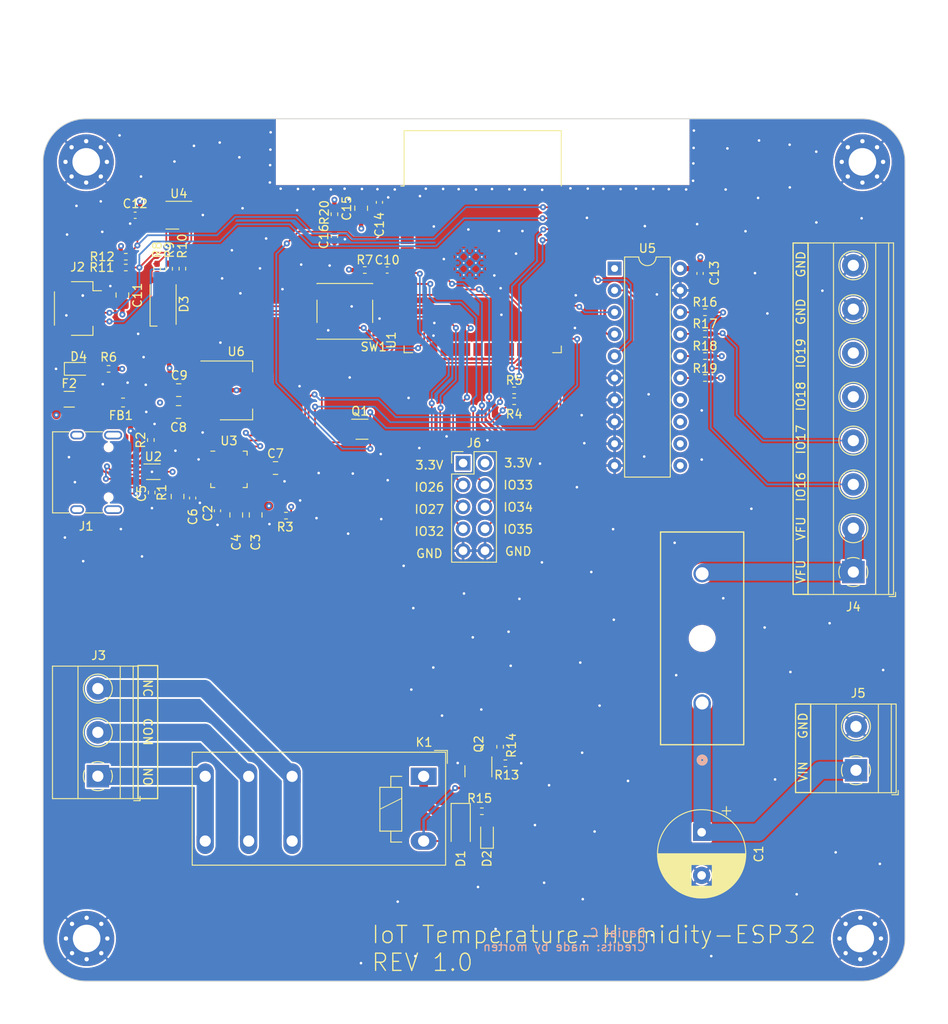
<source format=kicad_pcb>
(kicad_pcb (version 20221018) (generator pcbnew)
  (layers (0 "F.Cu" signal) (1 "In1.Cu" signal) (2 "In2.Cu" signal) (31 "B.Cu" signal) (34 "B.Paste" user) (35 "F.Paste" user) (36 "B.SilkS" user "B.Silkscreen") (37 "F.SilkS" user "F.Silkscreen") (38 "B.Mask" user) (39 "F.Mask" user) (44 "Edge.Cuts" user))
  (net 0 "")
  (net 1 "Net-(J5-Pin_1)")
  (net 2 "GND")
  (net 3 "+5V")
  (net 4 "+3.3VA")
  (net 5 "Net-(U3-VPP)")
  (net 6 "+3.3V")
  (net 7 "/SW")
  (net 8 "/EN")
  (net 9 "Net-(D1-A)")
  (net 10 "Net-(D2-A)")
  (net 11 "Net-(D3-RK)")
  (net 12 "Net-(D3-GK)")
  (net 13 "Net-(D3-BK)")
  (net 14 "Net-(D4-A)")
  (net 15 "Net-(J4-Pin_1)")
  (net 16 "Net-(F2-Pad2)")
  (net 17 "+5VP")
  (net 18 "Net-(J1-GND-PadA1)")
  (net 19 "Net-(J1-CC1)")
  (net 20 "Net-(J1-D--PadA7)")
  (net 22 "Net-(J1-CC2)")
  (net 25 "/SDA")
  (net 26 "/SCL")
  (net 27 "Net-(J3-Pin_1)")
  (net 28 "Net-(J3-Pin_2)")
  (net 29 "Net-(J3-Pin_3)")
  (net 30 "Net-(J4-Pin_3)")
  (net 31 "Net-(J4-Pin_4)")
  (net 32 "Net-(J4-Pin_5)")
  (net 33 "Net-(J4-Pin_6)")
  (net 34 "/GPIO26")
  (net 35 "/GPIO33")
  (net 36 "/GPIO27")
  (net 37 "/GPIO34")
  (net 38 "/GPIO32")
  (net 39 "/GPIO35")
  (net 40 "/DTR")
  (net 41 "/RTS")
  (net 42 "/IO0")
  (net 43 "Net-(Q2-B)")
  (net 44 "Net-(U3-~{RST})")
  (net 45 "Net-(U3-TXD)")
  (net 46 "/RX")
  (net 47 "Net-(U3-RXD)")
  (net 48 "/TX")
  (net 49 "/LED_R")
  (net 50 "/LED_G")
  (net 51 "/LED_B")
  (net 52 "/RELAY")
  (net 53 "Net-(U5-B0)")
  (net 54 "Net-(U5-B1)")
  (net 55 "Net-(U5-B2)")
  (net 56 "Net-(U5-B3)")
  (net 68 "/LEDSTR1")
  (net 69 "/LEDSTR2")
  (net 71 "/LEDSTR3")
  (net 72 "/LEDSTR4")
  (net 74 "Net-(U3-D+)")
  (net 75 "Net-(U3-D-)")
  (footprint "Diode_SMD:D_MiniMELF" (layer "F.Cu") (at 138.45 127.05 -90)
    (fp_text reference "D1")
    (fp_text value "LL4148" hide)
  )
  (footprint "Resistor_SMD:R_0402_1005Metric_Pad0.72x0.64mm_HandSolder" (layer "F.Cu") (at 104.62 62.3925 -90)
    (fp_text reference "R9")
    (fp_text value "1K" hide)
  )
  (footprint "TerminalBlock_Phoenix:TerminalBlock_Phoenix_MKDS-1,5-2-5.08_1x02_P5.08mm_Horizontal" (layer "F.Cu") (at 184.305 120.545 90)
    (fp_text reference "J5")
    (fp_text value "Screw_Terminal_01x02" hide)
  )
  (footprint "Capacitor_SMD:C_0805_2012Metric_Pad1.18x1.45mm_HandSolder" (layer "F.Cu") (at 105.7125 79 180)
    (fp_text reference "C8")
    (fp_text value "22u" hide)
  )
  (footprint "Capacitor_SMD:C_0402_1005Metric_Pad0.74x0.62mm_HandSolder" (layer "F.Cu") (at 166.22 62.9375 -90)
    (fp_text reference "C13")
    (fp_text value "100n" hide)
  )
  (footprint "Inductor_SMD:L_0603_1608Metric_Pad1.05x0.95mm_HandSolder" (layer "F.Cu") (at 99.275 77.9)
    (fp_text reference "FB1")
    (fp_text value "BLMM21PG221" hide)
  )
  (footprint "MountingHole:MountingHole_3.2mm_M3_Pad_Via" (layer "F.Cu") (at 95.052944 140.052944)
    (fp_text reference "H3" hide)
    (fp_text value "Hole_Pad" hide)
  )
  (footprint "Connector_USB:USB_C_Receptacle_HRO_TYPE-C-31-M-12" (layer "F.Cu") (at 95 86 -90)
    (fp_text reference "J1")
    (fp_text value "USB_C_Receptacle_USB2.0" hide)
  )
  (footprint "LED_SMD:LED_RGB_Wuerth-PLCC4_3.2x2.8mm_150141M173100" (layer "F.Cu") (at 103.92 66.54 90)
    (fp_text reference "D3")
    (fp_text value "LED_RGBA" hide)
  )
  (footprint "Capacitor_SMD:C_0805_2012Metric_Pad1.18x1.45mm_HandSolder" (layer "F.Cu") (at 114.66 90.9425 -90)
    (fp_text reference "C3")
    (fp_text value "4u7" hide)
  )
  (footprint "Capacitor_SMD:C_0805_2012Metric_Pad1.18x1.45mm_HandSolder" (layer "F.Cu") (at 105.6 88.8 90)
    (fp_text reference "C5")
    (fp_text value "22u" hide)
  )
  (footprint "LED_SMD:LED_0603_1608Metric_Pad1.05x0.95mm_HandSolder" (layer "F.Cu") (at 94.125 74)
    (fp_text reference "D4")
    (fp_text value "LED" hide)
  )
  (footprint "Connector_PinHeader_2.54mm:PinHeader_2x05_P2.54mm_Vertical" (layer "F.Cu") (at 138.725 84.925)
    (fp_text reference "J6")
    (fp_text value "Conn_02x05_Odd_Even" hide)
  )
  (footprint "Resistor_SMD:R_0402_1005Metric_Pad0.72x0.64mm_HandSolder" (layer "F.Cu") (at 99.5975 61)
    (fp_text reference "R12")
    (fp_text value "4K7" hide)
  )
  (footprint "Resistor_SMD:R_0402_1005Metric_Pad0.72x0.64mm_HandSolder" (layer "F.Cu") (at 102.5 82.25 90)
    (fp_text reference "R2")
    (fp_text value "5K1" hide)
  )
  (footprint "MountingHole:MountingHole_3.2mm_M3_Pad_Via" (layer "F.Cu") (at 184.802944 140.052944)
    (fp_text reference "H4" hide)
    (fp_text value "Hole_Pad" hide)
  )
  (footprint "Resistor_SMD:R_0402_1005Metric_Pad0.72x0.64mm_HandSolder" (layer "F.Cu") (at 166.7875 67.44)
    (fp_text reference "R16")
    (fp_text value "22R" hide)
  )
  (footprint "Capacitor_SMD:C_0805_2012Metric_Pad1.18x1.45mm_HandSolder" (layer "F.Cu") (at 116.9625 85.5)
    (fp_text reference "C7")
    (fp_text value "4u7" hide)
  )
  (footprint "Capacitor_SMD:C_0402_1005Metric_Pad0.74x0.62mm_HandSolder" (layer "F.Cu") (at 107.35 88.9825 -90)
    (fp_text reference "C6")
    (fp_text value "100n" hide)
  )
  (footprint "Resistor_SMD:R_0402_1005Metric_Pad0.72x0.64mm_HandSolder" (layer "F.Cu") (at 127.3225 62.54)
    (fp_text reference "R7")
    (fp_text value "10K" hide)
  )
  (footprint "Resistor_SMD:R_0402_1005Metric_Pad0.72x0.64mm_HandSolder" (layer "F.Cu") (at 144.6525 76.5)
    (fp_text reference "R5")
    (fp_text value "22R" hide)
  )
  (footprint "Resistor_SMD:R_0402_1005Metric_Pad0.72x0.64mm_HandSolder" (layer "F.Cu") (at 106.16 62.3825 -90)
    (fp_text reference "R10")
    (fp_text value "1K" hide)
  )
  (footprint "Capacitor_THT:CP_Radial_D10.0mm_P5.00mm" (layer "F.Cu") (at 166.4 127.732323 -90)
    (fp_text reference "C1")
    (fp_text value "1000U/25V")
  )
  (footprint "Connector_JST:JST_SH_SM04B-SRSS-TB_1x04-1MP_P1.00mm_Horizontal" (layer "F.Cu") (at 94 67 -90)
    (fp_text reference "J2")
    (fp_text value "Conn_01x04" hide)
  )
  (footprint "Capacitor_SMD:C_0402_1005Metric_Pad0.74x0.62mm_HandSolder" (layer "F.Cu") (at 100.6825 56.19 180)
    (fp_text reference "C12")
    (fp_text value "100n" hide)
  )
  (footprint "TerminalBlock_Phoenix:TerminalBlock_Phoenix_MKDS-1,5-8-5.08_1x08_P5.08mm_Horizontal" (layer "F.Cu") (at 184 97.56 90)
    (fp_text reference "J4")
    (fp_text value "Screw_Terminal_01x08" hide)
  )
  (footprint "LED_SMD:LED_0603_1608Metric_Pad1.05x0.95mm_HandSolder" (layer "F.Cu") (at 141.5 127.925 90)
    (fp_text reference "D2")
    (fp_text value "YELLOW" hide)
  )
  (footprint "FUSE_696105003002:CONN2_03002_WRE" (layer "F.Cu") (at 166.46 112.75 90)
    (fp_text reference "F1")
    (fp_text value "Fuse")
  )
  (footprint "Package_DFN_QFN:QFN-24-1EP_4x4mm_P0.5mm_EP2.6x2.6mm" (layer "F.Cu") (at 111.5625 85.65)
    (fp_text reference "U3")
    (fp_text value "CP2104" hide)
  )
  (footprint "Package_TO_SOT_SMD:SOT-666" (layer "F.Cu") (at 102.79 85.93)
    (fp_text reference "U2")
    (fp_text value "USBLC6-2P6" hide)
  )
  (footprint "Resistor_SMD:R_0402_1005Metric_Pad0.72x0.64mm_HandSolder" (layer "F.Cu") (at 103.22 62.4175 -90)
    (fp_text reference "R8")
    (fp_text value "1K" hide)
  )
  (footprint "Resistor_SMD:R_0402_1005Metric_Pad0.72x0.64mm_HandSolder" (layer "F.Cu") (at 97.6025 74 180)
    (fp_text reference "R6")
    (fp_text value "1K" hide)
  )
  (footprint "RF_Module:ESP32-WROOM-32D" (layer "F.Cu") (at 141 62.245)
    (fp_text reference "U1")
    (fp_text value "ESP32-WROOM-32D")
  )
  (footprint "Package_DIP:DIP-20_W7.62mm" (layer "F.Cu") (at 156.3 62.36)
    (fp_text reference "U5")
    (fp_text value "74AHCT245")
  )
  (footprint "Package_TO_SOT_SMD:SOT-23" (layer "F.Cu") (at 140.5 120.6625 -90)
    (fp_text reference "Q2")
    (fp_text value "BC817" hide)
  )
  (footprint "Capacitor_SMD:C_0402_1005Metric_Pad0.74x0.62mm_HandSolder" (layer "F.Cu") (at 110.23 90.46 -90)
    (fp_text reference "C2")
    (fp_text value "100n" hide)
  )
  (footprint "MountingHole:MountingHole_3.2mm_M3_Pad_Via" (layer "F.Cu") (at 185.052944 50)
    (fp_text reference "H2" hide)
    (fp_text value "Hole_Pad" hide)
  )
  (footprint "Resistor_SMD:R_0402_1005Metric_Pad0.72x0.64mm_HandSolder" (layer "F.Cu") (at 144.6525 77.75)
    (fp_text reference "R4")
    (fp_text value "22R" hide)
  )
  (footprint "Capacitor_SMD:C_0805_2012Metric_Pad1.18x1.45mm_HandSolder" (layer "F.Cu") (at 112.41 90.9425 -90)
    (fp_text reference "C4")
    (fp_text value "22u" hide)
  )
  (footprint "Capacitor_SMD:C_0805_2012Metric_Pad1.18x1.45mm_HandSolder" (layer "F.Cu") (at 126.9 55.375 90)
    (fp_text reference "C15")
    (fp_text value "22u" hide)
  )
  (footprint "Resistor_SMD:R_0402_1005Metric_Pad0.72x0.64mm_HandSolder" (layer "F.Cu") (at 143.6275 119.73)
    (fp_text reference "R13")
    (fp_text value "10K" hide)
  )
  (footprint "TerminalBlock_Phoenix:TerminalBlock_Phoenix_MKDS-1,5-3-5.08_1x03_P5.08mm_Horizontal" (layer "F.Cu") (at 96.35 121.23 90)
    (fp_text reference "J3")
    (fp_text value "Screw_Terminal_01x03" hide)
  )
  (footprint "Resistor_SMD:R_0402_1005Metric_Pad0.72x0.64mm_HandSolder" (layer "F.Cu") (at 102.6 88.3375 -90)
    (fp_text reference "R1")
    (fp_text value "5K1" hide)
  )
  (footprint "Package_DFN_QFN:DFN-6-1EP_3x3mm_P1mm_EP1.5x2.4mm" (layer "F.Cu") (at 105.745 56.18 180)
    (fp_text reference "U4")
    (fp_text value "Si7021-A20" hide)
  )
  (footprint "Package_TO_SOT_SMD:SOT-363_SC-70-6" (layer "F.Cu") (at 127 81)
    (fp_text reference "Q1")
    (fp_text value "UMH3N")
  )
  (footprint "Capacitor_SMD:C_0402_1005Metric_Pad0.74x0.62mm_HandSolder" (layer "F.Cu") (at 129.9175 62.54)
    (fp_text reference "C10")
    (fp_text value "100n" hide)
  )
  (footprint "Resistor_SMD:R_0402_1005Metric_Pad0.72x0.64mm_HandSolder" (layer "F.Cu") (at 99.595 62.25)
    (fp_text reference "R11")
    (fp_text value "4K7" hide)
  )
  (footprint "Resistor_SMD:R_0402_1005Metric_Pad0.72x0.64mm_HandSolder" (layer "F.Cu") (at 143.02 117.8225 -90)
    (fp_text reference "R14")
    (fp_text value "1K" hide)
  )
  (footprint "Capacitor_SMD:C_0805_2012Metric_Pad1.18x1.45mm_HandSolder" (layer "F.Cu") (at 99.2 65.4375 90)
    (fp_text reference "C11")
    (fp_text value "22u" hide)
  )
  (footprint "Relay_THT:Relay_SPDT_Schrack-RT1-16A-FormC_RM5mm" (layer "F.Cu") (at 134.15 121.25 180)
    (fp_text reference "K1")
    (fp_text value "RT314A05" hide)
  )
  (footprint "Resistor_SMD:R_0402_1005Metric_Pad0.72x0.64mm_HandSolder" (layer "F.Cu") (at 140.9 125.3)
    (fp_text reference "R15")
    (fp_text value "1K" hide)
  )
  (footprint "Button_Switch_SMD:SW_Push_1P1T_NO_6x6mm_H9.5mm" (layer "F.Cu") (at 125.005 67.33 180)
    (fp_text reference "SW1")
    (fp_text value "SW_SPST" hide)
  )
  (footprint "MountingHole:MountingHole_3.2mm_M3_Pad_Via" (layer "F.Cu") (at 95 50)
    (fp_text reference "H1" hide)
    (fp_text value "Hole_Pad" hide)
  )
  (footprint "Capacitor_SMD:C_0402_1005Metric_Pad0.74x0.62mm_HandSolder" (layer "F.Cu") (at 129.02 54.6925 90)
    (fp_text reference "C14")
    (fp_text value "100n" hide)
  )
  (footprint "Resistor_SMD:R_0402_1005Metric_Pad0.72x0.64mm_HandSolder" (layer "F.Cu") (at 166.7875 69.94)
    (fp_text reference "R17")
    (fp_text value "22R" hide)
  )
  (footprint "Resistor_SMD:R_0402_1005Metric_Pad0.72x0.64mm_HandSolder" (layer "F.Cu") (at 123.8 56.0725 -90)
    (fp_text reference "R20")
    (fp_text value "10K" hide)
  )
  (footprint "Resistor_SMD:R_0402_1005Metric_Pad0.72x0.64mm_HandSolder" (layer "F.Cu") (at 166.7875 75.06)
    (fp_text reference "R19")
    (fp_text value "22R" hide)
  )
  (footprint "Capacitor_SMD:C_0402_1005Metric_Pad0.74x0.62mm_HandSolder" (layer "F.Cu") (at 123.8 58.6575 -90)
    (fp_text reference "C16")
    (fp_text value "100n" hide)
  )
  (footprint "Package_TO_SOT_SMD:SOT-223-3_TabPin2" (layer "F.Cu") (at 112.4 76.5)
    (fp_text reference "U6")
    (fp_text value "TLV111LV-3.3" hide)
  )
  (footprint "Resistor_SMD:R_0402_1005Metric_Pad0.72x0.64mm_HandSolder" (layer "F.Cu") (at 118.18 91.02 180)
    (fp_text reference "R3")
    (fp_text value "10K" hide)
  )
  (footprint "Capacitor_SMD:C_0805_2012Metric_Pad1.18x1.45mm_HandSolder" (layer "F.Cu") (at 105.7325 76.47 180)
    (fp_text reference "C9")
    (fp_text value "22u" hide)
  )
  (footprint "Fuse:Fuse_1206_3216Metric_Pad1.42x1.75mm_HandSolder" (layer "F.Cu") (at 93.03 77.52)
    (fp_text reference "F2")
    (fp_text value "Polyfuse 1A")
  )
  (footprint "Resistor_SMD:R_0402_1005Metric_Pad0.72x0.64mm_HandSolder" (layer "F.Cu") (at 166.7875 72.52)
    (fp_text reference "R18")
    (fp_text value "22R" hide)
  )
  (gr_rect (start 101.01 108.405) (end 103.295 123.83) (stroke (width 0.15)) (fill none) (layer "F.SilkS"))
  (gr_rect (start 177.011 59.41) (end 178.75 100.15) (stroke (width 0.15)) (fill none) (layer "F.SilkS"))
  (gr_rect (start 177.3 112.865) (end 179.044 123.13) (stroke (width 0.15)) (fill none) (layer "F.SilkS"))
  (gr_arc (start 90 50) (mid 91.464466 46.464466) (end 95 45) (stroke (width 0.1)) (layer "Edge.Cuts"))
  (gr_line (start 90 50) (end 90 140) (stroke (width 0.1)) (layer "Edge.Cuts"))
  (gr_arc (start 185 45) (mid 188.535534 46.464466) (end 190 50) (stroke (width 0.1)) (layer "Edge.Cuts"))
  (gr_line (start 95 145) (end 185 145) (stroke (width 0.1)) (layer "Edge.Cuts"))
  (gr_arc (start 190 140) (mid 188.535534 143.535534) (end 185 145) (stroke (width 0.1)) (layer "Edge.Cuts"))
  (gr_line (start 190 140) (end 190 50) (stroke (width 0.1)) (layer "Edge.Cuts"))
  (gr_line (start 185 45) (end 95 45) (stroke (width 0.1)) (layer "Edge.Cuts"))
  (gr_arc (start 95 145) (mid 91.464466 143.535534) (end 90 140) (stroke (width 0.1)) (layer "Edge.Cuts"))
  (gr_text "Danial C.\nCredits: made by morten" (at 160 141.6) (layer "B.SilkS") (effects (font (size 1 1)) (justify left bottom mirror)))
  (gr_text "3.3V" (at 143.404762 85.5) (layer "F.SilkS") (effects (font (size 1 1)) (justify left bottom)))
  (gr_text "GND" (at 178.5 69 90) (layer "F.SilkS") (effects (font (size 1 1)) (justify left bottom)))
  (gr_text "IO17" (at 178.5 84 90) (layer "F.SilkS") (effects (font (size 1 1)) (justify left bottom)))
  (gr_text "3.3V" (at 133.095238 85.75) (layer "F.SilkS") (effects (font (size 1 1)) (justify left bottom)))
  (gr_text "GND" (at 143.5 95.75) (layer "F.SilkS") (effects (font (size 1 1)) (justify left bottom)))
  (gr_text "IO34" (at 143.309524 90.625) (layer "F.SilkS") (effects (font (size 1 1)) (justify left bottom)))
  (gr_text "IoT Temperature-Humidity-ESP32\nREV 1.0" (at 128 144) (layer "F.SilkS") (effects (font (size 2 2)) (justify left bottom)))
  (gr_text "GND" (at 178.5 63.5 90) (layer "F.SilkS") (effects (font (size 1 1)) (justify left bottom)))
  (gr_text "NC" (at 101.545 109.895 -90) (layer "F.SilkS") (effects (font (size 1 1)) (justify left bottom)))
  (gr_text "IO26" (at 133 88.3125) (layer "F.SilkS") (effects (font (size 1 1)) (justify left bottom)))
  (gr_text "IO16" (at 178.5 89.5 90) (layer "F.SilkS") (effects (font (size 1 1)) (justify left bottom)))
  (gr_text "VFU" (at 178.5 94 90) (layer "F.SilkS") (effects (font (size 1 1)) (justify left bottom)))
  (gr_text "COM" (at 101.545 114.395 270) (layer "F.SilkS") (effects (font (size 1 1)) (justify left bottom)))
  (gr_text "IO19" (at 178.5 74 90) (layer "F.SilkS") (effects (font (size 1 1)) (justify left bottom)))
  (gr_text "IO27" (at 133 90.875) (layer "F.SilkS") (effects (font (size 1 1)) (justify left bottom)))
  (gr_text "IO35" (at 143.309524 93.1875) (layer "F.SilkS") (effects (font (size 1 1)) (justify left bottom)))
  (gr_text "GND" (at 133.190476 96) (layer "F.SilkS") (effects (font (size 1 1)) (justify left bottom)))
  (gr_text "VIN" (at 178.75 122 90) (layer "F.SilkS") (effects (font (size 1 1)) (justify left bottom)))
  (gr_text "IO18" (at 178.5 79 90) (layer "F.SilkS") (effects (font (size 1 1)) (justify left bottom)))
  (gr_text "NO" (at 101.545 120.145 270) (layer "F.SilkS") (effects (font (size 1 1)) (justify left bottom)))
  (gr_text "IO33" (at 143.309524 88.0625) (layer "F.SilkS") (effects (font (size 1 1)) (justify left bottom)))
  (gr_text "GND" (at 178.75 117 90) (layer "F.SilkS") (effects (font (size 1 1)) (justify left bottom)))
  (gr_text "IO32" (at 133 93.4375) (layer "F.SilkS") (effects (font (size 1 1)) (justify left bottom)))
  (gr_text "VFU" (at 178.5 99 90) (layer "F.SilkS") (effects (font (size 1 1)) (justify left bottom)))
  (segment (start 172.967677 127.732323) (end 166.4 127.732323) (width 2) (layer "B.Cu") (net 1))
  (segment (start 180.155 120.545) (end 172.967677 127.732323) (width 2) (layer "B.Cu") (net 1))
  (segment (start 166.46 112.75) (end 166.46 127.672323) (width 2) (layer "B.Cu") (net 1))
  (segment (start 184.305 120.545) (end 180.155 120.545) (width 2) (layer "B.Cu") (net 1))
  (segment (start 166.46 127.672323) (end 166.4 127.732323) (width 0.2) (layer "B.Cu") (net 1))
  (segment (start 104.695 76.47) (end 104.695 78.33) (width 0.2) (layer "F.Cu") (net 2))
  (segment (start 108.18 89.55) (end 108.19 89.54) (width 0.2) (layer "F.Cu") (net 2))
  (segment (start 112.41 91.98) (end 114.66 91.98) (width 0.2) (layer "F.Cu") (net 2))
  (segment (start 101.865 85.93) (end 102.62 85.93) (width 0.2) (layer "F.Cu") (net 2))
  (segment (start 129.02 54.125) (end 130.035 54.125) (width 0.2) (layer "F.Cu") (net 2))
  (segment (start 102.5 80.82) (end 102.93 80.39) (width 0.2) (layer "F.Cu") (net 2))
  (segment (start 102.6 90.1205) (end 102.6295 90.15) (width 0.2) (layer "F.Cu") (net 2))
  (segment (start 102.5 81.6525) (end 102.5 80.82) (width 0.2) (layer "F.Cu") (net 2))
  (segment (start 144.225 119.73) (end 145.47 119.73) (width 0.2) (layer "F.Cu") (net 2))
  (segment (start 135.29 71.755) (end 135.29 70.15) (width 0.2) (layer "F.Cu") (net 2))
  (segment (start 132.25 53.995) (end 133.695 53.995) (width 0.2) (layer "F.Cu") (net 2))
  (segment (start 125.01 58.97) (end 124.755 59.225) (width 0.2) (layer "F.Cu") (net 2))
  (segment (start 114.66 91.98) (end 116.24 91.98) (width 0.2) (layer "F.Cu") (net 2))
  (segment (start 107.35 89.55) (end 108.18 89.55) (width 0.2) (layer "F.Cu") (net 2))
  (segment (start 118 85.5) (end 118 87.03) (width 0.2) (layer "F.Cu") (net 2))
  (segment (start 108.505686 84.9) (end 108.106186 84.5005) (width 0.2) (layer "F.Cu") (net 2))
  (segment (start 109.625 84.9) (end 110.8125 84.9) (width 0.2) (layer "F.Cu") (net 2))
  (segment (start 100.115 56.19) (end 100.115 57.145) (width 0.5) (layer "F.Cu") (net 2))
  (segment (start 124.755 59.225) (end 123.8 59.225) (width 0.2) (layer "F.Cu") (net 2))
  (segment (start 123.03 69.58) (end 123.08 69.53) (width 0.2) (layer "F.Cu") (net 2))
  (segment (start 104.675 79) (end 101.98 79) (width 0.2) (layer "F.Cu") (net 2))
  (segment (start 110.23 91.0275) (end 110.23 92.08) (width 0.2) (layer "F.Cu") (net 2))
  (segment (start 130.035 54.125) (end 130.04 54.12) (width 0.2) (layer "F.Cu") (net 2))
  (segment (start 110.23 92.08) (end 110.24 92.09) (width 0.2) (layer "F.Cu") (net 2))
  (segment (start 93.25 74) (end 91.5 74) (width 0.2) (layer "F.Cu") (net 2))
  (segment (start 99.2 64.4) (end 97.8 64.4) (width 0.2) (layer "F.Cu") (net 2))
  (segment (start 109.25 72.2805) (end 110.57 70.9605) (width 0.2) (layer "F.Cu") (net 2))
  (segment (start 125.4525 54.3375) (end 125.45 54.34) (width 0.2) (layer "F.Cu") (net 2))
  (segment (start 102.6 88.935) (end 102.6 90.1205) (width 0.2) (layer "F.Cu") (net 2))
  (segment (start 116.24 91.98) (end 116.26 92) (width 0.2) (layer "F.Cu") (net 2))
  (segment (start 109.625 84.9) (end 108.505686 84.9) (width 0.2) (layer "F.Cu") (net 2))
  (segment (start 108.51 56.18) (end 108.53 56.16) (width 0.2) (layer "F.Cu") (net 2))
  (segment (start 107.195 56.18) (end 108.51 56.18) (width 0.2) (layer "F.Cu") (net 2))
  (segment (start 139.55 119.725) (end 138.125 119.725) (width 0.2) (layer "F.Cu") (net 2))
  (segment (start 109.25 74.2) (end 109.25 72.2805) (width 0.2) (layer "F.Cu") (net 2))
  (segment (start 102.62 85.93) (end 102.63 85.94) (width 0.2) (layer "F.Cu") (net 2))
  (segment (start 96 65.5) (end 94.6 65.5) (width 0.2) (layer "F.Cu") (net 2))
  (segment (start 118 87.03) (end 118.01 87.04) (width 0.2) (layer "F.Cu") (net 2))
  (segment (start 126.9 54.3375) (end 125.4525 54.3375) (width 0.2) (layer "F.Cu") (net 2))
  (segment (start 133.695 53.995) (end 133.72 53.97) (width 0.2) (layer "F.Cu") (net 2))
  (segment (start 110.8125 84.9) (end 111.5625 85.65) (width 0.2) (layer "F.Cu") (net 2))
  (segment (start 121.03 69.58) (end 123.03 69.58) (width 0.2) (layer "F.Cu") (net 2))
  (segment (start 102.63 85.94) (end 102.63 85.93) (width 0.2) (layer "F.Cu") (net 2))
  (segment (start 100.115 57.145) (end 100.1 57.16) (width 0.2) (layer "F.Cu") (net 2))
  (segment (start 108.106186 84.5005) (end 108.038424 84.5005) (width 0.2) (layer "F.Cu") (net 2))
  (segment (start 104.695 78.33) (end 104.675 78.35) (width 0.2) (layer "F.Cu") (net 2))
  (segment (start 138.125 119.725) (end 138.1 119.7) (width 0.2) (layer "F.Cu") (net 2))
  (segment (start 128.98 69.58) (end 128.98 68.22) (width 0.2) (layer "F.Cu") (net 2))
  (segment (start 101.98 79) (end 101.97 78.99) (width 0.2) (layer "F.Cu") (net 2))
  (segment (start 128.98 68.22) (end 129.03 68.17) (width 0.2) (layer "F.Cu") (net 2))
  (via (at 172.63 139.54) (size 0.7) (drill 0.3) (layers "F.Cu" "B.Cu") (net 2))
  (via (at 119.82 89.26) (size 0.7) (drill 0.3) (layers "F.Cu" "B.Cu") (net 2))
  (via (at 110.24 92.09) (size 0.7) (drill 0.3) (layers "F.Cu" "B.Cu") (net 2))
  (via (at 130.04 54.12) (size 0.7) (drill 0.3) (layers "F.Cu" "B.Cu") (net 2))
  (via (at 176.7 109.15) (size 0.7) (drill 0.3) (layers "F.Cu" "B.Cu") (net 2))
  (via (at 96.921723 75.780731) (size 0.7) (drill 0.3) (layers "F.Cu" "B.Cu") (net 2))
  (via (at 184.96 56.54) (size 0.7) (drill 0.3) (layers "F.Cu" "B.Cu") (net 2))
  (via (at 123.242644 62.019899) (size 0.7) (drill 0.3) (layers "F.Cu" "B.Cu") (net 2))
  (via (at 140.22 53.2) (size 0.7) (drill 0.3) (layers "F.Cu" "B.Cu") (net 2))
  (via (at 91.5 74) (size 0.7) (drill 0.3) (layers "F.Cu" "B.Cu") (net 2))
  (via (at 165.5 46.37) (size 0.7) (drill 0.3) (layers "F.Cu" "B.Cu") (net 2))
  (via (at 147.65 84.99) (size 0.7) (drill 0.3) (layers "F.Cu" "B.Cu") (net 2))
  (via (at 138.21 53.17) (size 0.7) (drill 0.3) (layers "F.Cu" "B.Cu") (net 2))
  (via (at 110.77 63.51) (size 0.7) (drill 0.3) (layers "F.Cu" "B.Cu") (net 2))
  (via (at 110.49 47.76) (size 0.7) (drill 0.3) (layers "F.Cu" "B.Cu") (net 2))
  (via (at 108.038424 84.5005) (size 0.7) (drill 0.3) (layers "F.Cu" "B.Cu") (net 2))
  (via (at 125.57 75) (size 0.7) (drill 0.3) (layers "F.Cu" "B.Cu") (net 2))
  (via (at 125.01 58.97) (size 0.7) (drill 0.3) (layers "F.Cu" "B.Cu") (net 2))
  (via (at 154.99 53.13) (size 0.7) (drill 0.3) (layers "F.Cu" "B.Cu") (net 2))
  (via (at 115.1601 62.349799) (size 0.7) (drill 0.3) (layers "F.Cu" "B.Cu") (net 2))
  (via (at 152.485019 79.370549) (size 0.7) (drill 0.3) (layers "F.Cu" "B.Cu") (net 2))
  (via (at 173.06 47.52) (size 0.7) (drill 0.3) (layers "F.Cu" "B.Cu") (net 2))
  (via (at 135.27 108.63) (size 0.7) (drill 0.3) (layers "F.Cu" "B.Cu") (net 2))
  (via (at 116.31 52.39) (size 0.7) (drill 0.3) (layers "F.Cu" "B.Cu") (net 2))
  (via (at 179.71 57.02) (size 0.7) (drill 0.3) (layers "F.Cu" "B.Cu") (net 2))
  (via (at 101.36 51.7) (size 0.7) (drill 0.3) (layers "F.Cu" "B.Cu") (net 2))
  (via (at 115.874883 58.885851) (size 0.7) (drill 0.3) (layers "F.Cu" "B.Cu") (net 2))
  (via (at 131.14 135.78) (size 0.7) (drill 0.3) (layers "F.Cu" "B.Cu") (net 2))
  (via (at 180.41 64.94) (size 0.7) (drill 0.3) (layers "F.Cu" "B.Cu") (net 2))
  (via (at 136.49 61.27) (size 0.7) (drill 0.3) (layers "F.Cu" "B.Cu") (net 2))
  (via (at 133.185882 142.092745) (size 0.7) (drill 0.3) (layers "F.Cu" "B.Cu") (net 2))
  (via (at 152.61 135.49) (size 0.7) (drill 0.3) (layers "F.Cu" "B.Cu") (net 2))
  (via (at 136.81 81.83) (size 0.7) (drill 0.3) (layers "F.Cu" "B.Cu") (net 2))
  (via (at 158.78 53.11) (size 0.7) (drill 0.3) (layers "F.Cu" "B.Cu") (net 2))
  (via (at 129.23 91.42) (size 0.7) (drill 0.3) (layers "F.Cu" "B.Cu") (net 2))
  (via (at 119.943647 61.909933) (size 0.7) (drill 0.3) (layers "F.Cu" "B.Cu") (net 2))
  (via (at 176.63 52.96) (size 0.7) (drill 0.3) (layers "F.Cu" "B.Cu") (net 2))
  (via (at 116.26 92) (size 0.7) (drill 0.3) (layers "F.Cu" "B.Cu") (net 2))
  (via (at 145.26 100.67) (size 0.7) (drill 0.3) (layers "F.Cu" "B.Cu") (net 2))
  (via (at 119.48 55.6) (size 0.7) (drill 0.3) (layers "F.Cu" "B.Cu") (net 2))
  (via (at 111.9 60.25) (size 0.7) (drill 0.3) (layers "F.Cu" "B.Cu") (net 2))
  (via (at 145.61 58.02) (size 0.7) (drill 0.3) (layers "F.Cu" "B.Cu") (net 2))
  (via (at 165.88 57.22) (size 0.7) (drill 0.3) (layers "F.Cu" "B.Cu") (net 2))
  (via (at 143.17 67.73) (size 0.7) (drill 0.3) (layers "F.Cu" "B.Cu") (net 2))
  (via (at 102.6295 90.15) (size 0.7) (drill 0.3) (layers "F.Cu" "B.Cu") (net 2))
  (via (at 121.37 53.17) (size 0.7) (drill 0.3) (layers "F.Cu" "B.Cu") (net 2))
  (via (at 133.65 83.18) (size 0.7) (drill 0.3) (layers "F.Cu" "B.Cu") (net 2))
  (via (at 125.45 54.34) (size 0.7) (drill 0.3) (layers "F.Cu" "B.Cu") (net 2))
  (via (at 136.282339 114.207856) (size 0.7) (drill 0.3) (layers "F.Cu" "B.Cu") (net 2))
  (via (at 139.85 105.13) (size 0.7) (drill 0.3) (layers "F.Cu" "B.Cu") (net 2))
  (via (at 165.44 50.18) (size 0.7) (drill 0.3) (layers "F.Cu" "B.Cu") (net 2))
  (via (at 174.03 67.58) (size 0.7) (drill 0.3) (layers "F.Cu" "B.Cu") (net 2))
  (via (at 147.06 126.9) (size 0.7) (drill 0.3) (layers "F.Cu" "B.Cu") (net 2))
  (via (at 126.880196 142.909137) (size 0.7) (drill 0.3) (layers "F.Cu" "B.Cu") (net 2))
  (via (at 112.89 65.24) (size 0.7) (drill 0.3) (layers "F.Cu" "B.Cu") (net 2))
  (via (at 123.38 53.2) (size 0.7) (drill 0.3) (layers "F.Cu" "B.Cu") (net 2))
  (via (at 157 53.16) (size 0.7) (drill 0.3) (layers "F.Cu" "B.Cu") (net 2))
  (via (at 123.08 69.53) (size 0.7) (drill 0.3) (layers "F.Cu" "B.Cu") (net 2))
  (via (at 151.8 65.47) (size 0.7) (drill 0.3) (layers "F.Cu" "B.Cu") (net 2))
  (via (at 116.34 50.38) (size 0.7) (drill 0.3) (layers "F.Cu" "B.Cu") (net 2))
  (via (at 142.89 58) (size 0.7) (drill 0.3) (layers "F.Cu" "B.Cu") (net 2))
  (via (at 173.71 103.99) (size 0.7) (drill 0.3) (layers "F.Cu" "B.Cu") (net 2))
  (via (at 160.25 76.95) (size 0.7) (drill 0.3) (layers "F.Cu" "B.Cu") (net 2))
  (via (at 169.186196 53.205372) (size 0.7) (drill 0.3) (layers "F.Cu" "B.Cu") (net 2))
  (via (at 165.41 52.19) (size 0.7) (drill 0.3) (layers "F.Cu" "B.Cu") (net 2))
  (via (at 125.93 86.14) (size 0.7) (drill 0.3) (layers "F.Cu" "B.Cu") (net 2))
  (via (at 153.981843 127.647525) (size 0.7) (drill 0.3) (layers "F.Cu" "B.Cu") (net 2))
  (via (at 134.4 53.11) (size 0.7) (drill 0.3) (layers "F.Cu" "B.Cu") (net 2))
  (via (at 96.864124 58.112056) (size 0.7) (drill 0.3) (layers "F.Cu" "B.Cu") (net 2))
  (via (at 165.47 48.38) (size 0.7) (drill 0.3) (layers "F.Cu" "B.Cu") (net 2))
  (via (at 94.6 65.5) (size 0.7) (drill 0.3) (layers "F.Cu" "B.Cu") (net 2))
  (via (at 160.79 53.14) (size 0.7) (drill 0.3) (layers "F.Cu" "B.Cu") (net 2))
  (via (at 153.598431 97.556274) (size 0.7) (drill 0.3) (layers "F.Cu" "B.Cu") (net 2))
  (via (at 129.98 86.91) (size 0.7) (drill 0.3) (layers "F.Cu" "B.Cu") (net 2))
  (via (at 108.19 89.54) (size 0.7) (drill 0.3) (layers "F.Cu" "B.Cu") (net 2))
  (via (at 162.59 53.17) (size 0.7) (drill 0.3) (layers "F.Cu" "B.Cu") (net 2))
  (via (at 167.516078 142.092745) (size 0.7) (drill 0.3) (layers "F.Cu" "B.Cu") (net 2))
  (via (at 117.77 64.76) (size 0.7) (drill 0.3) (layers "F.Cu" "B.Cu") (net 2))
  (via (at 101.471035 95.749432) (size 0.7) (drill 0.3) (layers "F.Cu" "B.Cu") (net 2))
  (via (at 132.4 77.37) (size 0.7) (drill 0.3) (layers "F.Cu" "B.Cu") (net 2))
  (via (at 125.8 66.76) (size 0.7) (drill 0.3) (layers "F.Cu" "B.Cu") (net 2))
  (via (at 166.41 78.82) (size 0.7) (drill 0.3) (layers "F.Cu" "B.Cu") (net 2))
  (via (at 118.01 87.04) (size 0.7) (drill 0.3) (layers "F.Cu" "B.Cu") (net 2))
  (via (at 101.97 78.99) (size 0.7) (drill 0.3) (layers "F.Cu" "B.Cu") (net 2))
  (via (at 152.744718 140.431141) (size 0.7) (drill 0.3) (layers "F.Cu" "B.Cu") (net 2))
  (via (at 92.78081 58.426157) (size 0.7) (drill 0.3) (layers "F.Cu" "B.Cu") (net 2))
  (via (at 172.59 62.9) (size 0.7) (drill 0.3) (layers "F.Cu" "B.Cu") (net 2))
  (via (at 129.17 83.88) (size 0.7) (drill 0.3) (layers "F.Cu" "B.Cu") (net 2))
  (via (at 144.25 108.43) (size 0.7) (drill 0.3) (layers "F.Cu" "B.Cu") (net 2))
  (via (at 130.8 53.2) (size 0.7) (drill 0.3) (layers "F.Cu" "B.Cu") (net 2))
  (via (at 142.35 63.17) (size 0.7) (drill 0.3) (layers "F.Cu" "B.Cu") (net 2))
  (via (at 112.77 49.47) (size 0.7) (drill 0.3) (layers "F.Cu" "B.Cu") (net 2))
  (via (at 181.95 130.06) (size 0.7) (drill 0.3) (layers "F.Cu" "B.Cu") (net 2))
  (via (at 139.34 57.84) (size 0.7) (drill 0.3) (layers "F.Cu" "B.Cu") (net 2))
  (via (at 125.39 93.11) (size 0.7) (drill 0.3) (layers "F.Cu" "B.Cu") (net 2))
  (via (at 144.87 60.64) (size 0.7) (drill 0.3) (layers "F.Cu" "B.Cu") (net 2))
  (via (at 101.03 69.94) (size 0.7) (drill 0.3) (layers "F.Cu" "B.Cu") (net 2))
  (via (at 132.95 101.74) (size 0.7) (drill 0.3) (layers "F.Cu" "B.Cu") (net 2))
  (via (at 96.69 54.58) (size 0.7) (drill 0.3) (layers "F.Cu" "B.Cu") (net 2))
  (via (at 113.14 55.38) (size 0.7) (drill 0.3) (layers "F.Cu" "B.Cu") (net 2))
  (via (at 143.08 64.65) (size 0.7) (drill 0.3) (layers "F.Cu" "B.Cu") (net 2))
  (via (at 161.21 65.37) (size 0.7) (drill 0.3) (layers "F.Cu" "B.Cu") (net 2))
  (via (at 142.08 53.15) (size 0.7) (drill 0.3) (layers "F.Cu" "B.Cu") (net 2))
  (via (at 157.86 121.78) (size 0.7) (drill 0.3) (layers "F.Cu" "B.Cu") (net 2))
  (via (at 176.608941 48.00945) (size 0.7) (drill 0.3) (layers "F.Cu" "B.Cu") (net 2))
  (via (at 102.93 80.39) (size 0.7) (drill 0.3) (layers "F.Cu" "B.Cu") (net 2))
  (via (at 187.076274 131.39749) (size 0.7) (drill 0.3) (layers "F.Cu" "B.Cu") (net 2))
  (via (at 174.92 121.61) (size 0.7) (drill 0.3) (layers "F.Cu" "B.Cu") (net 2))
  (via (at 159.81 57.45) (size 0.7) (drill 0.3) (layers "F.Cu" "B.Cu") (net 2))
  (via (at 160.650039 139.680352) (size 0.7) (drill 0.3) (layers "F.Cu" "B.Cu") (net 2))
  (via (at 93.87 55.1) (size 0.7) (drill 0.3) (layers "F.Cu" "B.Cu") (net 2))
  (via (at 151.928313 87.721137) (size 0.7) (drill 0.3) (layers "F.Cu" "B.Cu") (net 2))
  (via (at 110.57 70.9605) (size 0.7) (drill 0.3) (layers "F.Cu" "B.Cu") (net 2))
  (via (at 101.66 72.64) (size 0.7) (drill 0.3) (layers "F.Cu" "B.Cu") (net 2))
  (via (at 140.84 113.5) (size 0.7) (drill 0.3) (layers "F.Cu" "B.Cu") (net 2))
  (via (at 121.72 91.31) (size 0.7) (drill 0.3) (layers "F.Cu" "B.Cu") (net 2))
  (via (at 144.09 53.18) (size 0.7) (drill 0.3) (layers "F.Cu" "B.Cu") (net 2))
  (via (at 92.53 93.56) (size 0.7) (drill 0.3) (layers "F.Cu" "B.Cu") (net 2))
  (via (at 94.6 65.5) (size 0.7) (drill 0.3) (layers "F.Cu" "B.Cu") (net 2))
  (via (at 177.426705 134.923294) (size 0.7) (drill 0.3) (layers "F.Cu" "B.Cu") (net 2))
  (via (at 105.35 83.49) (size 0.7) (drill 0.3) (layers "F.Cu" "B.Cu") (net 2))
  (via (at 121.97 86.08) (size 0.7) (drill 0.3) (layers "F.Cu" "B.Cu") (net 2))
  (via (at 163.45 109.52) (size 0.7) (drill 0.3) (layers "F.Cu" "B.Cu") (net 2))
  (via (at 132.72 111.19) (size 0.7) (drill 0.3) (layers "F.Cu" "B.Cu") (net 2))
  (via (at 172.95 54.18) (size 0.7) (drill 0.3) (layers "F.Cu" "B.Cu") (net 2))
  (via (at 136.41 53.14) (size 0.7) (drill 0.3) (layers "F.Cu" "B.Cu") (net 2))
  (via (at 152.54 118.51) (size 0.7) (drill 0.3) (layers "F.Cu" "B.Cu") (net 2))
  (via (at 169.39 48.44) (size 0.7) (drill 0.3) (layers "F.Cu" "B.Cu") (net 2))
  (via (at 156.21 103.09) (size 0.7) (drill 0.3) (layers "F.Cu" "B.Cu") (net 2))
  (via (at 124.98 53.11) (size 0.7) (drill 0.3) (layers "F.Cu" "B.Cu") (net 2))
  (via (at 154.56 113.05) (size 0.7) (drill 0.3) (layers "F.Cu" "B.Cu") (net 2))
  (via (at 152.32 108.06) (size 0.7) (drill 0.3) (layers "F.Cu" "B.Cu") (net 2))
  (via (at 131.83 96.84) (size 0.7) (drill 0.3) (layers "F.Cu" "B.Cu") (net 2))
  (via (at 148.7 122.28) (size 0.7) (drill 0.3) (layers "F.Cu" "B.Cu") (net 2))
  (via (at 126.99 53.14) (size 0.7) (drill 0.3) (layers "F.Cu" "B.Cu") (net 2))
  (via (at 100.1 57.16) (size 0.7) (drill 0.3) (layers "F.Cu" "B.Cu") (net 2))
  (via (at 140.455952 134.08057) (size 0.7) (drill 0.3) (layers "F.Cu" "B.Cu") (net 2))
  (via (at 92.7 67.8) (size 0.7) (drill 0.3) (layers "F.Cu" "B.Cu") (net 2))
  (via (at 135.29 70.15) (size 0.7) (drill 0.3) (layers "F.Cu" "B.Cu") (net 2))
  (via (at 133.72 53.97) (size 0.7) (drill 0.3) (layers "F.Cu" "B.Cu") (net 2))
  (via (at 105.24 49.96) (size 0.7) (drill 0.3) (layers "F.Cu" "B.Cu") (net 2))
  (via (at 159.74 84.17) (size 0.7) (drill 0.3) (layers "F.Cu" "B.Cu") (net 2))
  (via (at 171.49 58.04) (size 0.7) (drill 0.3) (layers "F.Cu" "B.Cu") (net 2))
  (via (at 181.248156 103.49447) (size 0.7) (drill 0.3) (layers "F.Cu" "B.Cu") (net 2))
  (via (at 138.83 100.05) (size 0.7) (drill 0.3) (layers "F.Cu" "B.Cu") (net 2))
  (via (at 148.126122 133.585721) (size 0.7) (drill 0.3) (layers "F.Cu" "B.Cu") (net 2))
  (via (at 152.79 82.62) (size 0.7) (drill 0.3) (layers "F.Cu" "B.Cu") (net 2))
  (via (at 141.55 82.28) (size 0.7) (drill 0.3) (layers "F.Cu" "B.Cu") (net 2))
  (via (at 151.18 53.07) (size 0.7) (drill 0.3) (layers "F.Cu" "B.Cu") (net 2))
  (via (at 179.7 48.82) (size 0.7) (drill 0.3) (layers "F.Cu" "B.Cu") (net 2))
  (via (at 97.8 64.4) (size 0.7) (drill 0.3) (layers "F.Cu" "B.Cu") (net 2))
  (via (at 156.13 92.59) (size 0.7) (drill 0.3) (layers "F.Cu" "B.Cu") (net 2))
  (via (at 93.69 87.14) (size 0.7) (drill 0.3) (layers "F.Cu" "B.Cu") (net 2))
  (via (at 163.27 94.17) (size 0.7) (drill 0.3) (layers "F.Cu" "B.Cu") (net 2))
  (via (at 144 104.48) (size 0.7) (drill 0.3) (layers "F.Cu" "B.Cu") (net 2))
  (via (at 116.37 48.58) (size 0.7) (drill 0.3) (layers "F.Cu" "B.Cu") (net 2))
  (via (at 108.53 56.16) (size 0.7) (drill 0.3) (layers "F.Cu" "B.Cu") (net 2))
  (via (at 102.63 85.94) (size 0.7) (drill 0.3) (layers "F.Cu" "B.Cu") (net 2))
  (via (at 98.87 46.93) (size 0.7) (drill 0.3) (layers "F.Cu" "B.Cu") (net 2))
  (via (at 117.56 53.11) (size 0.7) (drill 0.3) (layers "F.Cu" "B.Cu") (net 2))
  (via (at 135.33 57.49) (size 0.7) (drill 0.3) (layers "F.Cu" "B.Cu") (net 2))
  (via (at 99.02 92.58) (size 0.7) (drill 0.3) (layers "F.Cu" "B.Cu") (net 2))
  (via (at 147.87 96.44) (size 0.7) (drill 0.3) (layers "F.Cu" "B.Cu") (net 2))
  (via (at 116.4 46.57) (size 0.7) (drill 0.3) (layers "F.Cu" "B.Cu") (net 2))
  (via (at 135.39 68.68) (size 0.7) (drill 0.3) (layers "F.Cu" "B.Cu") (net 2))
  (via (at 94.653106 96.299265) (size 0.7) (drill 0.3) (layers "F.Cu" "B.Cu") (net 2))
  (via (at 138.1 119.7) (size 0.7) (drill 0.3) (layers "F.Cu" "B.Cu") (net 2))
  (via (at 119.57 53.14) (size 0.7) (drill 0.3) (layers "F.Cu" "B.Cu") (net 2))
  (via (at 147.9 53.24) (size 0.7) (drill 0.3) (layers "F.Cu" "B.Cu") (net 2))
  (via (at 107.5 48.14) (size 0.7) (drill 0.3) (layers "F.Cu" "B.Cu") (net 2))
  (via (at 172.17 90.22) (size 0.7) (drill 0.3) (layers "F.Cu" "B.Cu") (net 2))
  (via (at 145.47 119.73) (size 0.7) (drill 0.3) (layers "F.Cu" "B.Cu") (net 2))
  (via (at 142.5 138.95) (size 0.7) (drill 0.3) (layers "F.Cu" "B.Cu") (net 2))
  (via (at 128.79 53.17) (size 0.7) (drill 0.3) (layers "F.Cu" "B.Cu") (net 2))
  (via (at 129.03 68.17) (size 0.7) (drill 0.3) (layers "F.Cu" "B.Cu") (net 2))
  (via (at 108.51 81.38) (size 0.7) (drill 0.3) (layers "F.Cu" "B.Cu") (net 2))
  (via (at 93 84.24) (size 0.7) (drill 0.3) (layers "F.Cu" "B.Cu") (net 2))
  (via (at 187.46 108.92) (size 0.7) (drill 0.3) (layers "F.Cu" "B.Cu") (net 2))
  (via (at 119.75 76.01) (size 0.7) (drill 0.3) (layers "F.Cu" "B.Cu") (net 2))
  (via (at 153.09 56.49) (size 0.7) (drill 0.3) (layers "F.Cu" "B.Cu") (net 2))
  (via (at 151.7 69.26) (size 0.7) (drill 0.3) (layers "F.Cu" "B.Cu") (net 2))
  (via (at 164.6 53.2) (size 0.7) (drill 0.3) (layers "F.Cu" "B.Cu") (net 2))
  (via (at 166.41 84.52) (size 0.7) (drill 0.3) (layers "F.Cu" "B.Cu") (net 2))
  (via (at 153.19 53.1) (size 0.7) (drill 0.3) (layers "F.Cu" "B.Cu") (net 2))
  (via (at 168.91 100.6) (size 0.7) (drill 0.3) (layers "F.Cu" "B.Cu") (net 2))
  (via (at 101.91 75.85) (size 0.7) (drill 0.3) (layers "F.Cu" "B.Cu") (net 2))
  (via (at 145.89 53.21) (size 0.7) (drill 0.3) (layers "F.Cu" "B.Cu") (net 2))
  (via (at 99.805292 75.601526) (size 0.7) (drill 0.3) (layers "F.Cu" "B.Cu") (net 2))
  (segment (start 135.4 125.3) (end 134.15 124.05) (width 1) (layer "F.Cu") (net 3))
  (segment (start 140.3025 125.3) (end 138.45 125.3) (width 0.6) (layer "F.Cu") (net 3))
  (segment (start 110.23 89.8925) (end 110.23 89.22) (width 0.2) (layer "F.Cu") (net 3))
  (segment (start 97.41 85.31) (end 97.85 85.75) (width 0.2) (layer "F.Cu") (net 3))
  (segment (start 97.85 85.75) (end 99.045 85.75) (width 0.2) (layer "F.Cu") (net 3))
  (segment (start 101.94 85.3925) (end 101.1675 85.3925) (width 0.2) (layer "F.Cu") (net 3))
  (segment (start 91.5425 79.3475) (end 91.54 79.35) (width 0.2) (layer "F.Cu") (net 3))
  (segment (start 100.81 85.75) (end 99.045 85.75) (width 0.2) (layer "F.Cu") (net 3))
  (segment (start 110.23 89.22) (end 110.3125 89.1375) (width 0.2) (layer "F.Cu") (net 3))
  (segment (start 166.22 62.37) (end 163.93 62.37) (width 0.6) (layer "F.Cu") (net 3))
  (segment (start 91.5425 77.52) (end 91.5425 79.3475) (width 1) (layer "F.Cu") (net 3))
  (segment (start 105.02 85.94) (end 104.99 85.93) (width 0.2) (layer "F.Cu") (net 3))
  (segment (start 104.99 85.93) (end 104.98 85.93) (width 0.2) (layer "F.Cu") (net 3))
  (segment (start 104.97 85.93) (end 105.02 85.94) (width 0.2) (layer "F.Cu") (net 3))
  (segment (start 112.41 89.905) (end 114.66 89.905) (width 1) (layer "F.Cu") (net 3))
  (segment (start 103.715 85.93) (end 104.97 85.93) (width 0.2) (layer "F.Cu") (net 3))
  (segment (start 97.29 86.75) (end 99.045 86.75) (width 0.2) (layer "F.Cu") (net 3))
  (segment (start 101.1675 85.3925) (end 100.81 85.75) (width 0.2) (layer "F.Cu") (net 3))
  (segment (start 163.93 62.37) (end 163.92 62.36) (width 0.2) (layer "F.Cu") (net 3))
  (segment (start 114.66 89.905) (end 116.185 89.905) (width 1) (layer "F.Cu") (net 3))
  (segment (start 134.15 124.05) (end 134.15 121.25) (width 1) (layer "F.Cu") (net 3))
  (segment (start 166.22 61.1) (end 166.25 61.07) (width 0.6) (layer "F.Cu") (net 3))
  (segment (start 116.185 89.905) (end 116.2 89.89) (width 1) (layer "F.Cu") (net 3))
  (segment (start 166.22 62.37) (end 166.22 61.1) (width 0.6) (layer "F.Cu") (net 3))
  (segment (start 112.41 89.905) (end 110.2425 89.905) (width 0.4) (layer "F.Cu") (net 3))
  (segment (start 110.3125 87.5875) (end 110.8125 87.5875) (width 0.2) (layer "F.Cu") (net 3))
  (segment (start 110.3125 89.1375) (end 110.3125 87.5875) (width 0.2) (layer "F.Cu") (net 3))
  (segment (start 138.45 125.3) (end 135.4 125.3) (width 1) (layer "F.Cu") (net 3))
  (via (at 116.2 89.89) (size 0.7) (drill 0.3) (layers "F.Cu" "B.Cu") (net 3))
  (via (at 103.565 77.915) (size 0.7) (drill 0.3) (layers "F.Cu" "B.Cu") (net 3))
  (via (at 97.41 85.31) (size 0.7) (drill 0.3) (layers "F.Cu" "B.Cu") (net 3))
  (via (at 105.02 85.94) (size 0.7) (drill 0.3) (layers "F.Cu" "B.Cu") (net 3))
  (via (at 97.29 86.75) (size 0.7) (drill 0.3) (layers "F.Cu" "B.Cu") (net 3))
  (via (at 166.25 61.07) (size 0.7) (drill 0.3) (layers "F.Cu" "B.Cu") (net 3))
  (via (at 91.54 79.35) (size 0.7) (drill 0.3) (layers "F.Cu" "B.Cu") (net 3))
  (segment (start 97.29 86.75) (end 97.29 85.43) (width 0.2) (layer "B.Cu") (net 3))
  (segment (start 97.29 85.43) (end 97.41 85.31) (width 0.2) (layer "B.Cu") (net 3))
  (segment (start 108.17 86.4) (end 107.35 87.22) (width 0.2) (layer "F.Cu") (net 4))
  (segment (start 107.35 87.22) (end 107.35 88.415) (width 0.2) (layer "F.Cu") (net 4))
  (segment (start 118.7775 89.9925) (end 118.78 89.99) (width 0.2) (layer "F.Cu") (net 4))
  (segment (start 118.7775 91.02) (end 118.7775 89.9925) (width 0.2) (layer "F.Cu") (net 4))
  (segment (start 109.625 86.4) (end 108.17 86.4) (width 0.2) (layer "F.Cu") (net 4))
  (via (at 118.78 89.99) (size 0.7) (drill 0.3) (layers "F.Cu" "B.Cu") (net 4))
  (segment (start 115.825 85.4) (end 113.5 85.4) (width 0.2) (layer "F.Cu") (net 5))
  (segment (start 115.925 85.5) (end 115.825 85.4) (width 0.2) (layer "F.Cu") (net 5))
  (segment (start 126.9 56.4125) (end 126.9 57.71) (width 0.5) (layer "F.Cu") (net 6))
  (segment (start 104.675 73.965) (end 104.68 73.96) (width 0.2) (layer "F.Cu") (net 6))
  (segment (start 126.725 62.54) (end 125.53 62.54) (width 0.5) (layer "F.Cu") (net 6))
  (segment (start 104.295 56.18) (end 101.26 56.18) (width 0.5) (layer "F.Cu") (net 6))
  (segment (start 112.44 76.48) (end 115.53 76.48) (width 0.5) (layer "F.Cu") (net 6))
  (segment (start 99.2 66.475) (end 99.2 67.7) (width 0.5) (layer "F.Cu") (net 6))
  (segment (start 99.175 66.5) (end 99.2 66.475) (width 0.2) (layer "F.Cu") (net 6))
  (segment (start 101.26 56.18) (end 101.25 56.19) (width 0.2) (layer "F.Cu") (net 6))
  (segment (start 99.18 74) (end 98.78 74) (width 0.5) (layer "F.Cu") (net 6))
  (segment (start 106.53 74.96) (end 104.95 74.96) (width 0.5) (layer "F.Cu") (net 6))
  (segment (start 99.2 67.7) (end 99.2 67.6) (width 0.2) (layer "F.Cu") (net 6))
  (segment (start 132.25 55.265) (end 129.025 55.265) (width 0.5) (layer "F.Cu") (net 6))
  (segment (start 104.62 73.9) (end 104.62 68.09) (width 0.5) (layer "F.Cu") (net 6))
  (segment (start 99 62.2475) (end 98.9975 62.25) (width 0.2) (layer "F.Cu") (net 6))
  (segment (start 104.68 73.96) (end 104.62 73.9) (width 0.2) (layer "F.Cu") (net 6))
  (segment (start 98.1 74) (end 99.18 74) (width 0.5) (layer "F.Cu") (net 6))
  (segment (start 125.53 62.54) (end 125.48 62.49) (width 0.2) (layer "F.Cu") (net 6))
  (segment (start 129.02 55.91) (end 129.02 55.26) (width 0.5) (layer "F.Cu") (net 6))
  (segment (start 128.5175 56.4125) (end 129.02 55.91) (width 0.5) (layer "F.Cu") (net 6))
  (segment (start 109.27 76.48) (end 109.25 76.5) (width 0.5) (layer "F.Cu") (net 6))
  (segment (start 126.9 56.4125) (end 128.5175 56.4125) (width 0.5) (layer "F.Cu") (net 6))
  (segment (start 101.26 56.18) (end 101.26 54.62) (width 0.5) (layer "F.Cu") (net 6))
  (segment (start 104.95 74.96) (end 104.68 74.69) (width 0.5) (layer "F.Cu") (net 6))
  (segment (start 99 61) (end 99 62.2475) (width 0.5) (layer "F.Cu") (net 6))
  (segment (start 99 61) (end 99 59.8) (width 0.5) (layer "F.Cu") (net 6))
  (segment (start 99 59.8) (end 99.04 59.76) (width 0.5) (layer "F.Cu") (net 6))
  (segment (start 106.77 75.2) (end 106.53 74.96) (width 0.5) (layer "F.Cu") (net 6))
  (segment (start 129.025 55.265) (end 129.02 55.26) (width 0.2) (layer "F.Cu") (net 6))
  (segment (start 112.44 76.48) (end 109.27 76.48) (width 0.5) (layer "F.Cu") (net 6))
  (segment (start 101.26 54.62) (end 101.24 54.6) (width 0.2) (layer "F.Cu") (net 6))
  (segment (start 126.9 57.71) (end 126.92 57.73) (width 0.5) (layer "F.Cu") (net 6))
  (segment (start 106.77 76.47) (end 106.77 75.2) (width 0.5) (layer "F.Cu") (net 6))
  (segment (start 109.25 76.5) (end 106.8 76.5) (width 0.5) (layer "F.Cu") (net 6))
  (segment (start 106.8 76.5) (end 106.77 76.47) (width 0.5) (layer "F.Cu") (net 6))
  (segment (start 96 66.5) (end 99.175 66.5) (width 0.5) (layer "F.Cu") (net 6))
  (segment (start 104.68 74.69) (end 104.68 73.91) (width 0.5) (layer "F.Cu") (net 6))
  (segment (start 115.53 76.48) (end 115.55 76.5) (width 0.5) (layer "F.Cu") (net 6))
  (segment (start 123.8 55.475) (end 123.8 54.39) (width 0.5) (layer "F.Cu") (net 6))
  (via (at 101.24 54.6) (size 0.7) (drill 0.3) (layers "F.Cu" "B.Cu") (net 6))
  (via (at 112.44 76.48) (size 0.7) (drill 0.3) (layers "F.Cu" "B.Cu") (net 6))
  (via (at 104.68 73.91) (size 0.7) (drill 0.3) (layers "F.Cu" "B.Cu") (net 6))
  (via (at 123.8 54.39) (size 0.7) (drill 0.3) (layers "F.Cu" "B.Cu") (net 6))
  (via (at 126.92 57.73) (size 0.7) (drill 0.3) (layers "F.Cu" "B.Cu") (net 6))
  (via (at 99.04 59.76) (size 0.7) (drill 0.3) (layers "F.Cu" "B.Cu") (net 6))
  (via (at 99.18 74) (size 0.7) (drill 0.3) (layers "F.Cu" "B.Cu") (net 6))
  (via (at 125.48 62.49) (size 0.7) (drill 0.3) (layers "F.Cu" "B.Cu") (net 6))
  (via (at 99.2 67.7) (size 0.7) (drill 0.3) (layers "F.Cu" "B.Cu") (net 6))
  (segment (start 129.35 62.54) (end 129.35 63.47) (width 0.2) (layer "F.Cu") (net 7))
  (segment (start 127.92 62.54) (end 129.35 62.54) (width 0.2) (layer "F.Cu") (net 7))
  (segment (start 121.03 65.08) (end 128.98 65.08) (width 0.2) (layer "F.Cu") (net 7))
  (segment (start 128.98 63.84) (end 128.98 65.08) (width 0.2) (layer "F.Cu") (net 7))
  (segment (start 129.35 63.47) (end 128.98 63.84) (width 0.2) (layer "F.Cu") (net 7))
  (segment (start 118.27 59.46) (end 119.64 58.09) (width 0.2) (layer "F.Cu") (net 8))
  (segment (start 123.8 58.09) (end 125.29 58.09) (width 0.2) (layer "F.Cu") (net 8))
  (segment (start 125.29 58.09) (end 125.96 58.76) (width 0.2) (layer "F.Cu") (net 8))
  (segment (start 125.96 58.76) (end 128.53 58.76) (width 0.2) (layer "F.Cu") (net 8))
  (segment (start 127.95 83.25) (end 127.96 83.26) (width 0.2) (layer "F.Cu") (net 8))
  (segment (start 130.755 56.535) (end 132.25 56.535) (width 0.2) (layer "F.Cu") (net 8))
  (segment (start 127.95 81.65) (end 127.95 83.25) (width 0.2) (layer "F.Cu") (net 8))
  (segment (start 119.64 58.09) (end 123.8 58.09) (width 0.2) (layer "F.Cu") (net 8))
  (segment (start 128.53 58.76) (end 130.755 56.535) (width 0.2) (layer "F.Cu") (net 8))
  (segment (start 123.8 58.09) (end 123.8 56.67) (width 0.2) (layer "F.Cu") (net 8))
  (via (at 127.96 83.26) (size 0.7) (drill 0.3) (layers "F.Cu" "B.Cu") (net 8))
  (via (at 118.27 59.46) (size 0.7) (drill 0.3) (layers "F.Cu" "B.Cu") (net 8))
  (segment (start 124.71 83.26) (end 127.96 83.26) (width 0.2) (layer "B.Cu") (net 8))
  (segment (start 117.05 75.6) (end 124.71 83.26) (width 0.2) (layer "B.Cu") (net 8))
  (segment (start 117.05 60.68) (end 117.05 75.6) (width 0.2) (layer "B.Cu") (net 8))
  (segment (start 118.27 59.46) (end 117.05 60.68) (width 0.2) (layer "B.Cu") (net 8))
  (segment (start 137.8 122.6) (end 139.5 122.6) (width 0.3) (layer "F.Cu") (net 9))
  (segment (start 138.4 128.75) (end 138.45 128.8) (width 0.2) (layer "F.Cu") (net 9))
  (segment (start 138.45 128.8) (end 141.2 128.8) (width 0.2) (layer "F.Cu") (net 9))
  (segment (start 138.4 128.7) (end 138.45 128.65) (width 0.2) (layer "F.Cu") (net 9))
  (segment (start 139.5 122.6) (end 140.5 121.6) (width 0.3) (layer "F.Cu") (net 9))
  (segment (start 134.15 128.75) (end 138.4 128.75) (width 0.2) (layer "F.Cu") (net 9))
  (via (at 137.8 122.6) (size 0.7) (drill 0.3) (layers "F.Cu" "B.Cu") (net 9))
  (segment (start 134.15 126.25) (end 134.15 128.75) (width 0.3) (layer "B.Cu") (net 9))
  (segment (start 137.8 122.6) (end 134.15 126.25) (width 0.3) (layer "B.Cu") (net 9))
  (segment (start 141.5 125.3025) (end 141.4975 125.3) (width 0.2) (layer "F.Cu") (net 10))
  (segment (start 141.5 127.05) (end 141.5 125.3025) (width 0.2) (layer "F.Cu") (net 10))
  (segment (start 103.22 63.015) (end 103.22 64.99) (width 0.2) (layer "F.Cu") (net 11))
  (segment (start 104.62 62.99) (end 104.62 64.99) (width 0.2) (layer "F.Cu") (net 12))
  (segment (start 103.22 68.09) (end 103.22 66.92) (width 0.2) (layer "F.Cu") (net 13))
  (segment (start 103.49 66.65) (end 105.56 66.65) (width 0.2) (layer "F.Cu") (net 13))
  (segment (start 103.22 66.92) (end 103.49 66.65) (width 0.2) (layer "F.Cu") (net 13))
  (segment (start 106.16 66.05) (end 106.16 62.98) (width 0.2) (layer "F.Cu") (net 13))
  (segment (start 105.56 66.65) (end 106.16 66.05) (width 0.2) (layer "F.Cu") (net 13))
  (segment (start 95 74) (end 97.005 74) (width 0.2) (layer "F.Cu") (net 14))
  (segment (start 184 97.56) (end 166.649999 97.56) (width 2) (layer "B.Cu") (net 15))
  (segment (start 184 97.56) (end 184 92.48) (width 2) (layer "B.Cu") (net 15))
  (segment (start 166.649999 97.56) (end 166.46 97.749999) (width 2) (layer "B.Cu") (net 15))
  (segment (start 96.9 77.9) (end 96.52 77.52) (width 1) (layer "F.Cu") (net 16))
  (segment (start 96.52 77.52) (end 94.5175 77.52) (width 1) (layer "F.Cu") (net 16))
  (segment (start 98.4 77.9) (end 96.9 77.9) (width 1) (layer "F.Cu") (net 16))
  (segment (start 100.15 81.2) (end 100.15 77.9) (width 0.6) (layer "F.Cu") (net 17))
  (segment (start 100.8 88.45) (end 99.045 88.45) (width 0.2) (layer "F.Cu") (net 17))
  (segment (start 99.045 83.55) (end 99.977108 83.55) (width 0.6) (layer "F.Cu") (net 17))
  (segment (start 100.4 83.127108) (end 100.4 81.45) (width 0.6) (layer "F.Cu") (net 17))
  (segment (start 100.4 81.45) (end 100.15 81.2) (width 0.6) (layer "F.Cu") (net 17))
  (segment (start 99.977108 83.55) (end 100.4 83.127108) (width 0.6) (layer "F.Cu") (net 17))
  (via (at 100.8 88.45) (size 0.7) (drill 0.3) (layers "F.Cu" "B.Cu") (net 17))
  (via (at 100.15 81.2) (size 0.7) (drill 0.3) (layers "F.Cu" "B.Cu") (net 17))
  (segment (start 100.25 81.2) (end 100.15 81.2) (width 0.7) (layer "B.Cu") (net 17))
  (segment (start 100.8 88.45) (end 100.8 81.75) (width 0.7) (layer "B.Cu") (net 17))
  (segment (start 100.8 81.75) (end 100.25 81.2) (width 0.7) (layer "B.Cu") (net 17))
  (segment (start 100.5975 84.75) (end 99.045 84.75) (width 0.2) (layer "F.Cu") (net 19))
  (segment (start 102.5 82.8475) (end 100.5975 84.75) (width 0.2) (layer "F.Cu") (net 19))
  (segment (start 100.82 86.25) (end 101.0375 86.4675) (width 0.2) (layer "F.Cu") (net 20))
  (segment (start 98.02 84.66) (end 98.02 85.024264) (width 0.2) (layer "F.Cu") (net 20))
  (segment (start 99.045 86.25) (end 97.709239 86.25) (width 0.2) (layer "F.Cu") (net 20))
  (segment (start 98.245736 85.25) (end 99.045 85.25) (width 0.2) (layer "F.Cu") (net 20))
  (segment (start 96.76 85.040761) (end 97.140761 84.66) (width 0.2) (layer "F.Cu") (net 20))
  (segment (start 101.0375 86.4675) (end 101.94 86.4675) (width 0.2) (layer "F.Cu") (net 20))
  (segment (start 97.140761 85.96) (end 96.76 85.579239) (width 0.2) (layer "F.Cu") (net 20))
  (segment (start 99.045 86.25) (end 100.82 86.25) (width 0.2) (layer "F.Cu") (net 20))
  (segment (start 96.76 85.579239) (end 96.76 85.040761) (width 0.2) (layer "F.Cu") (net 20))
  (segment (start 98.02 85.024264) (end 98.245736 85.25) (width 0.2) (layer "F.Cu") (net 20))
  (segment (start 97.709239 86.25) (end 97.419239 85.96) (width 0.2) (layer "F.Cu") (net 20))
  (segment (start 97.419239 85.96) (end 97.140761 85.96) (width 0.2) (layer "F.Cu") (net 20))
  (segment (start 97.140761 84.66) (end 98.02 84.66) (width 0.2) (layer "F.Cu") (net 20))
  (segment (start 99.055 87.74) (end 99.045 87.75) (width 0.2) (layer "F.Cu") (net 22))
  (segment (start 102.6 87.74) (end 99.055 87.74) (width 0.2) (layer "F.Cu") (net 22))
  (segment (start 107.195 57.18) (end 107.195 59.165) (width 0.2) (layer "F.Cu") (net 25))
  (segment (start 149.75 56.535) (end 147.955 56.535) (width 0.2) (layer "F.Cu") (net 25))
  (segment (start 96 67.5) (end 97.7 67.5) (width 0.2) (layer "F.Cu") (net 25))
  (segment (start 104.564239 60.5295) (end 102.8905 60.5295) (width 0.2) (layer "F.Cu") (net 25))
  (segment (start 105.203739 59.89) (end 104.564239 60.5295) (width 0.2) (layer "F.Cu") (net 25))
  (segment (start 102.8905 60.5295) (end 101.17 62.25) (width 0.2) (layer "F.Cu") (net 25))
  (segment (start 107.195 59.165) (end 106.47 59.89) (width 0.2) (layer "F.Cu") (net 25))
  (segment (start 106.47 59.89) (end 105.203739 59.89) (width 0.2) (layer "F.Cu") (net 25))
  (segment (start 100.1925 62.25) (end 101.17 62.25) (width 0.2) (layer "F.Cu") (net 25))
  (segment (start 147.955 56.535) (end 147.95 56.53) (width 0.2) (layer "F.Cu") (net 25))
  (via (at 147.95 56.53) (size 0.7) (drill 0.3) (layers "F.Cu" "B.Cu") (net 25))
  (via (at 97.7 67.5) (size 0.7) (drill 0.3) (layers "F.Cu" "B.Cu") (net 25))
  (via (at 101.17 62.25) (size 0.7) (drill 0.3) (layers "F.Cu" "B.Cu") (net 25))
  (segment (start 102.71 59.23) (end 101.17 60.77) (width 0.2) (layer "B.Cu") (net 25))
  (segment (start 112.5 57.24) (end 110.51 59.23) (width 0.2) (layer "B.Cu") (net 25))
  (segment (start 147.95 56.53) (end 138.83 56.53) (width 0.2) (layer "B.Cu") (net 25))
  (segment (start 135.59 59.77) (end 121.13 59.77) (width 0.2) (layer "B.Cu") (net 25))
  (segment (start 101.17 64.810761) (end 101.17 62.25) (width 0.2) (layer "B.Cu") (net 25))
  (segment (start 121.13 59.77) (end 118.6 57.24) (width 0.2) (layer "B.Cu") (net 25))
  (segment (start 97.7 67.5) (end 98.480761 67.5) (width 0.2) (layer "B.Cu") (net 25))
  (segment (start 101.17 60.77) (end 101.17 62.25) (width 0.2) (layer "B.Cu") (net 25))
  (segment (start 138.83 56.53) (end 135.59 59.77) (width 0.2) (layer "B.Cu") (net 25))
  (segment (start 118.6 57.24) (end 112.5 57.24) (width 0.2) (layer "B.Cu") (net 25))
  (segment (start 110.51 59.23) (end 102.71 59.23) (width 0.2) (layer "B.Cu") (net 25))
  (segment (start 98.480761 67.5) (end 101.17 64.810761) (width 0.2) (layer "B.Cu") (net 25))
  (segment (start 104.295 59.8795) (end 104.295 57.18) (width 0.2) (layer "F.Cu") (net 26))
  (segment (start 149.75 55.265) (end 148.015 55.265) (width 0.2) (layer "F.Cu") (net 26))
  (segment (start 100.195 61) (end 100.195 60.435) (width 0.2) (layer "F.Cu") (net 26))
  (segment (start 100.94 59.69) (end 100.94 58.86) (width 0.2) (layer "F.Cu") (net 26))
  (segment (start 96 68.5) (end 97.7 68.5) (width 0.2) (layer "F.Cu") (net 26))
  (segment (start 148.015 55.265) (end 148 55.25) (width 0.2) (layer "F.Cu") (net 26))
  (segment (start 100.94 58.86) (end 102.62 57.18) (width 0.2) (layer "F.Cu") (net 26))
  (segment (start 102.62 57.18) (end 104.295 57.18) (width 0.2) (layer "F.Cu") (net 26))
  (segment (start 100.195 60.435) (end 100.94 59.69) (width 0.2) (layer "F.Cu") (net 26))
  (via (at 97.7 68.5) (size 0.7) (drill 0.3) (layers "F.Cu" "B.Cu") (net 26))
  (via (at 148 55.25) (size 0.7) (drill 0.3) (layers "F.Cu" "B.Cu") (net 26))
  (via (at 104.295 59.8795) (size 0.7) (drill 0.3) (layers "F.Cu" "B.Cu") (net 26))
  (via (at 100.94 59.69) (size 0.7) (drill 0.3) (layers "F.Cu" "B.Cu") (net 26))
  (segment (start 100.94 59.69) (end 102.12 58.51) (width 0.2) (layer "B.Cu") (net 26))
  (segment (start 135.37 58.95) (end 139.07 55.25) (width 0.2) (layer "B.Cu") (net 26))
  (segment (start 125.909239 58.95) (end 135.37 58.95) (width 0.2) (layer "B.Cu") (net 26))
  (segment (start 102.12 58.51) (end 110.17 58.51) (width 0.2) (layer "B.Cu") (net 26))
  (segment (start 121.28 58.32) (end 125.279239 58.32) (width 0.2) (layer "B.Cu") (net 26))
  (segment (start 139.07 55.25) (end 148 55.25) (width 0.2) (layer "B.Cu") (net 26))
  (segment (start 112.3 56.38) (end 119.34 56.38) (width 0.2) (layer "B.Cu") (net 26))
  (segment (start 104.295 62.215) (end 104.06 62.45) (width 0.2) (layer "B.Cu") (net 26))
  (segment (start 110.17 58.51) (end 112.3 56.38) (width 0.2) (layer "B.Cu") (net 26))
  (segment (start 104.295 59.8795) (end 104.295 62.215) (width 0.2) (layer "B.Cu") (net 26))
  (segment (start 102.47 65.349239) (end 99.319239 68.5) (width 0.2) (layer "B.Cu") (net 26))
  (segment (start 119.34 56.38) (end 121.28 58.32) (width 0.2) (layer "B.Cu") (net 26))
  (segment (start 99.319239 68.5) (end 97.7 68.5) (width 0.2) (layer "B.Cu") (net 26))
  (segment (start 102.62 62.45) (end 102.47 62.6) (width 0.2) (layer "B.Cu") (net 26))
  (segment (start 125.279239 58.32) (end 125.909239 58.95) (width 0.2) (layer "B.Cu") (net 26))
  (segment (start 104.06 62.45) (end 102.62 62.45) (width 0.2) (layer "B.Cu") (net 26))
  (segment (start 102.47 62.6) (end 102.47 65.349239) (width 0.2) (layer "B.Cu") (net 26))
  (segment (start 108.81 121.25) (end 96.37 121.25) (width 2) (layer "B.Cu") (net 27))
  (segment (start 96.37 121.25) (end 96.35 121.23) (width 2) (layer "B.Cu") (net 27))
  (segment (start 108.81 128.75) (end 108.81 121.25) (width 2) (layer "B.Cu") (net 27))
  (segment (start 96.35 116.15) (end 108.75 116.15) (width 2) (layer "B.Cu") (net 28))
  (segment (start 113.85 128.75) (end 113.85 121.25) (width 2) (layer "B.Cu") (net 28))
  (segment (start 108.75 116.15) (end 113.85 121.25) (width 2) (layer "B.Cu") (net 28))
  (segment (start 96.35 111.07) (end 108.71 111.07) (width 2) (layer "B.Cu") (net 29))
  (segment (start 118.89 128.75) (end 118.89 121.25) (width 2) (layer "B.Cu") (net 29))
  (segment (start 108.71 111.07) (end 118.89 121.25) (width 2) (layer "B.Cu") (net 29))
  (segment (start 168.86 67.44) (end 168.89 67.47) (width 0.2) (layer "F.Cu") (net 30))
  (segment (start 167.385 67.44) (end 168.86 67.44) (width 0.2) (layer "F.Cu") (net 30))
  (via (at 168.89 67.47) (size 0.7) (drill 0.3) (layers "F.Cu" "B.Cu") (net 30))
  (segment (start 174.01 87.4) (end 184 87.4) (width 0.2) (layer "B.Cu") (net 30))
  (segment (start 167.46 80.85) (end 174.01 87.4) (width 0.2) (layer "B.Cu") (net 30))
  (segment (start 167.46 68.9) (end 167.46 80.85) (width 0.2) (layer "B.Cu") (net 30))
  (segment (start 168.89 67.47) (end 167.46 68.9) (width 0.2) (layer "B.Cu") (net 30))
  (segment (start 168.76 69.94) (end 168.83 69.87) (width 0.2) (layer "F.Cu") (net 31))
  (segment (start 167.385 69.94) (end 168.76 69.94) (width 0.2) (layer "F.Cu") (net 31))
  (via (at 168.83 69.87) (size 0.7) (drill 0.3) (layers "F.Cu" "B.Cu") (net 31))
  (segment (start 170.48 79.29) (end 173.51 82.32) (width 0.2) (layer "B.Cu") (net 31))
  (segment (start 173.51 82.32) (end 184 82.32) (width 0.2) (layer "B.Cu") (net 31))
  (segment (start 168.83 69.87) (end 170.48 71.52) (width 0.2) (layer "B.Cu") (net 31))
  (segment (start 170.48 71.52) (end 170.48 79.29) (width 0.2) (layer "B.Cu") (net 31))
  (segment (start 168.72 72.52) (end 168.73 72.53) (width 0.2) (layer "F.Cu") (net 32))
  (segment (start 167.385 72.52) (end 168.72 72.52) (width 0.2) (layer "F.Cu") (net 32))
  (via (at 168.73 72.53) (size 0.7) (drill 0.3) (layers "F.Cu" "B.Cu") (net 32))
  (segment (start 168.6 75.06) (end 168.62 75.04) (width 0.2) (layer "F.Cu") (net 33))
  (segment (start 167.385 75.06) (end 168.6 75.06) (width 0.2) (layer "F.Cu") (net 33))
  (via (at 168.62 75.04) (size 0.7) (drill 0.3) (layers "F.Cu" "B.Cu") (net 33))
  (segment (start 137.575 78.905) (end 139.18 77.3) (width 0.2) (layer "F.Cu") (net 34))
  (segment (start 138.725 87.465) (end 137.575 86.315) (width 0.2) (layer "F.Cu") (net 34))
  (segment (start 139.61 69.29) (end 137.015 66.695) (width 0.2) (layer "F.Cu") (net 34))
  (segment (start 137.015 66.695) (end 132.25 66.695) (width 0.2) (layer "F.Cu") (net 34))
  (segment (start 137.575 86.315) (end 137.575 78.905) (width 0.2) (layer "F.Cu") (net 34))
  (via (at 139.18 77.3) (size 0.7) (drill 0.3) (layers "F.Cu" "B.Cu") (net 34))
  (via (at 139.61 69.29) (size 0.7) (drill 0.3) (layers "F.Cu" "B.Cu") (net 34))
  (segment (start 139.18 69.72) (end 139.61 69.29) (width 0.2) (layer "B.Cu") (net 34))
  (segment (start 139.18 77.3) (end 139.18 69.72) (width 0.2) (layer "B.Cu") (net 34))
  (segment (start 134.915 64.155) (end 132.25 64.155) (width 0.2) (layer "F.Cu") (net 35))
  (segment (start 134.92 64.15) (end 134.915 64.155) (width 0.2) (layer "F.Cu") (net 35))
  (segment (start 139.9 86.1) (end 141.265 87.465) (width 0.2) (layer "F.Cu") (net 35))
  (segment (start 139.9 78.66) (end 139.9 86.1) (width 0.2) (layer "F.Cu") (net 35))
  (via (at 139.9 78.66) (size 0.7) (drill 0.3) (layers "F.Cu" "B.Cu") (net 35))
  (via (at 134.92 64.15) (size 0.7) (drill 0.3) (layers "F.Cu" "B.Cu") (net 35))
  (segment (start 139.9 77.48) (end 140.26 77.12) (width 0.2) (layer "B.Cu") (net 35))
  (segment (start 140.26 68.05) (end 138.5 66.29) (width 0.2) (layer "B.Cu") (net 35))
  (segment (start 135.56 66.29) (end 134.84 65.57) (width 0.2) (layer "B.Cu") (net 35))
  (segment (start 138.5 66.29) (end 135.56 66.29) (width 0.2) (layer "B.Cu") (net 35))
  (segment (start 134.84 65.57) (end 134.84 64.23) (width 0.2) (layer "B.Cu") (net 35))
  (segment (start 140.26 77.12) (end 140.26 68.05) (width 0.2) (layer "B.Cu") (net 35))
  (segment (start 139.9 78.66) (end 139.9 77.48) (width 0.2) (layer "B.Cu") (net 35))
  (segment (start 134.84 64.23) (end 134.92 64.15) (width 0.2) (layer "B.Cu") (net 35))
  (segment (start 137.89 69.25) (end 136.605 67.965) (width 0.2) (layer "F.Cu") (net 36))
  (segment (start 136.11 78.53) (end 136.07 78.57) (width 0.2) (layer "F.Cu") (net 36))
  (segment (start 136.605 67.965) (end 132.25 67.965) (width 0.2) (layer "F.Cu") (net 36))
  (segment (start 136.07 78.57) (end 136.07 87.35) (width 0.2) (layer "F.Cu") (net 36))
  (segment (start 136.07 87.35) (end 138.725 90.005) (width 0.2) (layer "F.Cu") (net 36))
  (via (at 137.89 69.25) (size 0.7) (drill 0.3) (layers "F.Cu" "B.Cu") (net 36))
  (via (at 136.11 78.53) (size 0.7) (drill 0.3) (layers "F.Cu" "B.Cu") (net 36))
  (segment (start 137.89 75.32) (end 137.89 69.25) (width 0.2) (layer "B.Cu") (net 36))
  (segment (start 136.11 78.53) (end 136.11 77.1) (width 0.2) (layer "B.Cu") (net 36))
  (segment (start 136.11 77.1) (end 137.89 75.32) (width 0.2) (layer "B.Cu") (net 36))
  (segment (start 142.87 82.14) (end 140.91 80.18) (width 0.2) (layer "F.Cu") (net 37))
  (segment (start 140.91 80.18) (end 140.91 78.25) (width 0.2) (layer "F.Cu") (net 37))
  (segment (start 141.265 90.005) (end 142.87 88.4) (width 0.2) (layer "F.Cu") (net 37))
  (segment (start 142.87 88.4) (end 142.87 82.14) (width 0.2) (layer "F.Cu") (net 37))
  (segment (start 133.647565 60.345) (end 132.25 60.345) (width 0.2) (layer "F.Cu") (net 37))
  (segment (start 137.444649 64.142084) (end 133.647565 60.345) (width 0.2) (layer "F.Cu") (net 37))
  (via (at 140.91 78.25) (size 0.7) (drill 0.3) (layers "F.Cu" "B.Cu") (net 37))
  (via (at 137.444649 64.142084) (size 0.7) (drill 0.3) (layers "F.Cu" "B.Cu") (net 37))
  (segment (start 138.742084 64.142084) (end 137.444649 64.142084) (width 0.2) (layer "B.Cu") (net 37))
  (segment (start 140.91 78.25) (end 140.91 66.31) (width 0.2) (layer "B.Cu") (net 37))
  (segment (start 140.91 66.31) (end 138.742084 64.142084) (width 0.2) (layer "B.Cu") (net 37))
  (segment (start 135.09 88.91) (end 135.09 77.99) (width 0.2) (layer "F.Cu") (net 38))
  (segment (start 132.25 62.885) (end 133.615 62.885) (width 0.2) (layer "F.Cu") (net 38))
  (segment (start 138.725 92.545) (end 135.09 88.91) (width 0.2) (layer "F.Cu") (net 38))
  (segment (start 133.615 62.885) (end 133.7 62.97) (width 0.2) (layer "F.Cu") (net 38))
  (via (at 135.09 77.99) (size 0.7) (drill 0.3) (layers "F.Cu" "B.Cu") (net 38))
  (via (at 133.7 62.97) (size 0.7) (drill 0.3) (layers "F.Cu" "B.Cu") (net 38))
  (segment (start 137.06 74.78) (end 137 74.72) (width 0.2) (layer "B.Cu") (net 38))
  (segment (start 133.7 62.97) (end 133.7 69.67) (width 0.2) (layer "B.Cu") (net 38))
  (segment (start 135.09 76.75) (end 137.06 74.78) (width 0.2) (layer "B.Cu") (net 38))
  (segment (start 135.09 77.99) (end 135.09 76.75) (width 0.2) (layer "B.Cu") (net 38))
  (segment (start 133.7 69.67) (end 137.06 73.03) (width 0.2) (layer "B.Cu") (net 38))
  (segment (start 137.06 73.03) (end 137.06 74.78) (width 0.2) (layer "B.Cu") (net 38))
  (segment (start 140.5255 64.8) (end 137.09 64.8) (width 0.2) (layer "F.Cu") (net 39))
  (segment (start 141.76 79.67) (end 141.76 77.3) (width 0.2) (layer "F.Cu") (net 39))
  (segment (start 140.55 64.7755) (end 140.5255 64.8) (width 0.2) (layer "F.Cu") (net 39))
  (segment (start 133.905 61.615) (end 132.25 61.615) (width 0.2) (layer "F.Cu") (net 39))
  (segment (start 143.97 81.88) (end 141.76 79.67) (width 0.2) (layer "F.Cu") (net 39))
  (segment (start 141.76 77.3) (end 141.75 77.29) (width 0.2) (layer "F.Cu") (net 39))
  (segment (start 137.09 64.8) (end 133.905 61.615) (width 0.2) (layer "F.Cu") (net 39))
  (segment (start 143.97 89.84) (end 143.97 81.88) (width 0.2) (layer "F.Cu") (net 39))
  (segment (start 141.265 92.545) (end 143.97 89.84) (width 0.2) (layer "F.Cu") (net 39))
  (via (at 141.75 77.29) (size 0.7) (drill 0.3) (layers "F.Cu" "B.Cu") (net 39))
  (via (at 140.55 64.7755) (size 0.7) (drill 0.3) (layers "F.Cu" "B.Cu") (net 39))
  (segment (start 141.75 65.9755) (end 140.55 64.7755) (width 0.2) (layer "B.Cu") (net 39))
  (segment (start 141.75 77.29) (end 141.75 65.9755) (width 0.2) (layer "B.Cu") (net 39))
  (segment (start 110.8125 82.2775) (end 112.32 80.77) (width 0.2) (layer "F.Cu") (net 40))
  (segment (start 110.8125 83.7125) (end 110.8125 82.2775) (width 0.2) (layer "F.Cu") (net 40))
  (segment (start 119.53 80.77) (end 120.4 79.9) (width 0.2) (layer "F.Cu") (net 40))
  (segment (start 127.039239 81) (end 127.95 81) (width 0.2) (layer "F.Cu") (net 40))
  (segment (start 112.32 80.77) (end 119.53 80.77) (width 0.2) (layer "F.Cu") (net 40))
  (segment (start 125.61 79.91) (end 126.05 80.35) (width 0.2) (layer "F.Cu") (net 40))
  (segment (start 122.34 76.900761) (end 122.34 79.91) (width 0.2) (layer "F.Cu") (net 40))
  (segment (start 126.389239 80.35) (end 127.039239 81) (width 0.2) (layer "F.Cu") (net 40))
  (segment (start 122.34 79.91) (end 125.61 79.91) (width 0.2) (layer "F.Cu") (net 40))
  (segment (start 121.220761 76.32) (end 121.759239 76.32) (width 0.2) (layer "F.Cu") (net 40))
  (segment (start 120.4 77.140761) (end 121.220761 76.32) (width 0.2) (layer "F.Cu") (net 40))
  (segment (start 120.4 79.9) (end 120.4 77.140761) (width 0.2) (layer "F.Cu") (net 40))
  (segment (start 121.759239 76.32) (end 122.34 76.900761) (width 0.2) (layer "F.Cu") (net 40))
  (segment (start 126.05 80.35) (end 126.389239 80.35) (width 0.2) (layer "F.Cu") (net 40))
  (segment (start 126.05 81.65) (end 125.18 82.52) (width 0.2) (layer "F.Cu") (net 41))
  (segment (start 126.05 81) (end 126.05 81.65) (width 0.2) (layer "F.Cu") (net 41))
  (segment (start 125.18 82.52) (end 116.78 82.52) (width 0.2) (layer "F.Cu") (net 41))
  (segment (start 116.78 82.52) (end 115.5875 83.7125) (width 0.2) (layer "F.Cu") (net 41))
  (segment (start 115.5875 83.7125) (end 112.8125 83.7125) (width 0.2) (layer "F.Cu") (net 41))
  (segment (start 127.95 80.35) (end 127.95 79.03) (width 0.2) (layer "F.Cu") (net 42))
  (segment (start 151.935 70.505) (end 149.75 70.505) (width 0.2) (layer "F.Cu") (net 42))
  (segment (start 151.96 70.53) (end 151.935 70.505) (width 0.2) (layer "F.Cu") (net 42))
  (via (at 151.96 70.53) (size 0.7) (drill 0.3) (layers "F.Cu" "B.Cu") (net 42))
  (via (at 127.95 79.03) (size 0.7) (drill 0.3) (layers "F.Cu" "B.Cu") (net 42))
  (segment (start 151.96 75.9) (end 151.96 70.53) (width 0.2) (layer "B.Cu") (net 42))
  (segment (start 147.01 80.85) (end 151.96 75.9) (width 0.2) (layer "B.Cu") (net 42))
  (segment (start 127.95 79.03) (end 129.77 80.85) (width 0.2) (layer "B.Cu") (net 42))
  (segment (start 129.77 80.85) (end 147.01 80.85) (width 0.2) (layer "B.Cu") (net 42))
  (segment (start 143.03 119.73) (end 143.03 118.43) (width 0.2) (layer "F.Cu") (net 43))
  (segment (start 141.45 119.725) (end 143.025 119.725) (width 0.2) (layer "F.Cu") (net 43))
  (segment (start 143.025 119.725) (end 143.03 119.73) (width 0.2) (layer "F.Cu") (net 43))
  (segment (start 143.03 118.43) (end 143.02 118.42) (width 0.2) (layer "F.Cu") (net 43))
  (segment (start 111.61 88.69) (end 111.3125 88.3925) (width 0.2) (layer "F.Cu") (net 44))
  (segment (start 117.5825 91.02) (end 117.5825 90.14113) (width 0.2) (layer "F.Cu") (net 44))
  (segment (start 111.3125 88.3925) (end 111.3125 87.5875) (width 0.2) (layer "F.Cu") (net 44))
  (segment (start 117.5825 90.14113) (end 116.13137 88.69) (width 0.2) (layer "F.Cu") (net 44))
  (segment (start 116.13137 88.69) (end 111.61 88.69) (width 0.2) (layer "F.Cu") (net 44))
  (segment (start 111.8125 82.7075) (end 111.8125 83.7125) (width 0.2) (layer "F.Cu") (net 45))
  (segment (start 120.54 82.12) (end 116.614315 82.12) (width 0.2) (layer "F.Cu") (net 45))
  (segment (start 116.434315 82.3) (end 112.22 82.3) (width 0.2) (layer "F.Cu") (net 45))
  (segment (start 144.055 78.075) (end 143.32 78.81) (width 0.2) (layer "F.Cu") (net 45))
  (segment (start 121.55 81.11) (end 120.54 82.12) (width 0.2) (layer "F.Cu") (net 45))
  (segment (start 112.22 82.3) (end 111.8125 82.7075) (width 0.2) (layer "F.Cu") (net 45))
  (segment (start 121.55 78.39) (end 121.55 81.11) (width 0.2) (layer "F.Cu") (net 45))
  (segment (start 116.614315 82.12) (end 116.434315 82.3) (width 0.2) (layer "F.Cu") (net 45))
  (segment (start 144.055 77.75) (end 144.055 78.075) (width 0.2) (layer "F.Cu") (net 45))
  (via (at 121.55 78.39) (size 0.7) (drill 0.3) (layers "F.Cu" "B.Cu") (net 45))
  (via (at 143.32 78.81) (size 0.7) (drill 0.3) (layers "F.Cu" "B.Cu") (net 45))
  (segment (start 130.27 80.18) (end 128.47 78.38) (width 0.2) (layer "B.Cu") (net 45))
  (segment (start 128.47 78.38) (end 121.56 78.38) (width 0.2) (layer "B.Cu") (net 45))
  (segment (start 143.32 78.81) (end 141.95 80.18) (width 0.2) (layer "B.Cu") (net 45))
  (segment (start 141.95 80.18) (end 130.27 80.18) (width 0.2) (layer "B.Cu") (net 45))
  (segment (start 121.56 78.38) (end 121.55 78.39) (width 0.2) (layer "B.Cu") (net 45))
  (segment (start 144.39 73.96) (end 145.269239 73.96) (width 0.2) (layer "F.Cu") (net 46))
  (segment (start 145.269239 73.96) (end 146.45 75.140761) (width 0.2) (layer "F.Cu") (net 46))
  (segment (start 146.45 75.140761) (end 146.45 76.55) (width 0.2) (layer "F.Cu") (net 46))
  (segment (start 148.075 57.805) (end 148.04 57.84) (width 0.2) (layer "F.Cu") (net 46))
  (segment (start 149.75 57.805) (end 148.075 57.805) (width 0.2) (layer "F.Cu") (net 46))
  (segment (start 146.45 76.55) (end 145.25 77.75) (width 0.2) (layer "F.Cu") (net 46))
  (via (at 148.04 57.84) (size 0.7) (drill 0.3) (layers "F.Cu" "B.Cu") (net 46))
  (via (at 144.39 73.96) (size 0.7) (drill 0.3) (layers "F.Cu" "B.Cu") (net 46))
  (segment (start 147.33 61.5) (end 144.4 64.43) (width 0.2) (layer "B.Cu") (net 46))
  (segment (start 147.3 61.47) (end 147.33 61.5) (width 0.2) (layer "B.Cu") (net 46))
  (segment (start 144.4 64.43) (end 144.4 73.95) (width 0.2) (layer "B.Cu") (net 46))
  (segment (start 144.4 73.95) (end 144.39 73.96) (width 0.2) (layer "B.Cu") (net 46))
  (segment (start 147.3 58.58) (end 147.3 61.47) (width 0.2) (layer "B.Cu") (net 46))
  (segment (start 148.04 57.84) (end 147.3 58.58) (width 0.2) (layer "B.Cu") (net 46))
  (segment (start 120.8 81.05) (end 120.8 77.36863) (width 0.2) (layer "F.Cu") (net 47))
  (segment (start 112.599846 83) (end 112.3125 83.287346) (width 0.2) (layer "F.Cu") (net 47))
  (segment (start 113.8205 81.72) (end 120.13 81.72) (width 0.2) (layer "F.Cu") (net 47))
  (segment (start 115.19 82.96) (end 115.15 83) (width 0.2) (layer "F.Cu") (net 47))
  (segment (start 120.8 77.36863) (end 121.19863 76.97) (width 0.2) (layer "F.Cu") (net 47))
  (segment (start 115.15 83) (end 112.599846 83) (width 0.2) (layer "F.Cu") (net 47))
  (segment (start 143.08 77.1) (end 143.08 77.78) (width 0.2) (layer "F.Cu") (net 47))
  (segment (start 113.52 81.4195) (end 113.8205 81.72) (width 0.2) (layer "F.Cu") (net 47))
  (segment (start 112.3125 83.287346) (end 112.3125 83.7125) (width 0.2) (layer "F.Cu") (net 47))
  (segment (start 143.08 77.78) (end 143.01 77.85) (width 0.2) (layer "F.Cu") (net 47))
  (segment (start 144.055 76.5) (end 143.68 76.5) (width 0.2) (layer "F.Cu") (net 47))
  (segment (start 120.13 81.72) (end 120.8 81.05) (width 0.2) (layer "F.Cu") (net 47))
  (segment (start 143.68 76.5) (end 143.08 77.1) (width 0.2) (layer "F.Cu") (net 47))
  (segment (start 121.19863 76.97) (end 121.49 76.97) (width 0.2) (layer "F.Cu") (net 47))
  (via (at 115.19 82.96) (size 0.7) (drill 0.3) (layers "F.Cu" "B.Cu") (net 47))
  (via (at 121.49 76.97) (size 0.7) (drill 0.3) (layers "F.Cu" "B.Cu") (net 47))
  (via (at 143.01 77.85) (size 0.7) (drill 0.3) (layers "F.Cu" "B.Cu") (net 47))
  (via (at 113.52 81.4195) (size 0.7) (drill 0.3) (layers "F.Cu" "B.Cu") (net 47))
  (segment (start 115.19 82.96) (end 115.0605 82.96) (width 0.2) (layer "B.Cu") (net 47))
  (segment (start 141.27 79.59) (end 143.01 77.85) (width 0.2) (layer "B.Cu") (net 47))
  (segment (start 115.0605 82.96) (end 113.52 81.4195) (width 0.2) (layer "B.Cu") (net 47))
  (segment (start 121.49 76.97) (end 122.1 77.58) (width 0.2) (layer "B.Cu") (net 47))
  (segment (start 122.1 77.58) (end 128.89 77.58) (width 0.2) (layer "B.Cu") (net 47))
  (segment (start 130.9 79.59) (end 141.27 79.59) (width 0.2) (layer "B.Cu") (net 47))
  (segment (start 128.89 77.58) (end 130.9 79.59) (width 0.2) (layer "B.Cu") (net 47))
  (segment (start 147.955 59.075) (end 147.95 59.08) (width 0.2) (layer "F.Cu") (net 48))
  (segment (start 145.22 76.47) (end 145.25 76.5) (width 0.2) (layer "F.Cu") (net 48))
  (segment (start 149.75 59.075) (end 147.955 59.075) (width 0.2) (layer "F.Cu") (net 48))
  (segment (start 145.22 74.83) (end 145.22 76.47) (width 0.2) (layer "F.Cu") (net 48))
  (via (at 145.22 74.83) (size 0.7) (drill 0.3) (layers "F.Cu" "B.Cu") (net 48))
  (via (at 147.95 59.08) (size 0.7) (drill 0.3) (layers "F.Cu" "B.Cu") (net 48))
  (segment (start 147.95 61.52) (end 145.22 64.25) (width 0.2) (layer "B.Cu") (net 48))
  (segment (start 147.95 59.08) (end 147.95 61.52) (width 0.2) (layer "B.Cu") (net 48))
  (segment (start 145.22 64.25) (end 145.22 74.83) (width 0.2) (layer "B.Cu") (net 48))
  (segment (start 104.8005 60.9295) (end 105.0025 60.7275) (width 0.2) (layer "F.Cu") (net 49))
  (segment (start 126.72 69.25) (end 127.19 69.25) (width 0.2) (layer "F.Cu") (net 49))
  (segment (start 134.21 70.89) (end 134.21 69.85) (width 0.2) (layer "F.Cu") (net 49))
  (segment (start 110.24 66.74) (end 124.21 66.74) (width 0.2) (layer "F.Cu") (net 49))
  (segment (start 108.94 62.29) (end 109.06 62.41) (width 0.2) (layer "F.Cu") (net 49))
  (segment (start 109.06 65.56) (end 110.24 66.74) (width 0.2) (layer "F.Cu") (net 49))
  (segment (start 136.56 69.86) (end 136.56 71.755) (width 0.2) (layer "F.Cu") (net 49))
  (segment (start 105.0025 60.7275) (end 107.3775 60.7275) (width 0.2) (layer "F.Cu") (net 49))
  (segment (start 134.21 69.85) (end 134.65 69.41) (width 0.2) (layer "F.Cu") (net 49))
  (segment (start 109.06 62.41) (end 109.06 65.56) (width 0.2) (layer "F.Cu") (net 49))
  (segment (start 136.11 69.41) (end 136.56 69.86) (width 0.2) (layer "F.Cu") (net 49))
  (segment (start 103.22 61.82) (end 104.1105 60.9295) (width 0.2) (layer "F.Cu") (net 49))
  (segment (start 107.3775 60.7275) (end 108.94 62.29) (width 0.2) (layer "F.Cu") (net 49))
  (segment (start 134.65 69.41) (end 136.11 69.41) (width 0.2) (layer "F.Cu") (net 49))
  (segment (start 103.22 61.82) (end 102.871067 61.82) (width 0.2) (layer "F.Cu") (net 49))
  (segment (start 133.5 71.6) (end 134.21 70.89) (width 0.2) (layer "F.Cu") (net 49))
  (segment (start 104.1105 60.9295) (end 104.8005 60.9295) (width 0.2) (layer "F.Cu") (net 49))
  (segment (start 124.21 66.74) (end 126.72 69.25) (width 0.2) (layer "F.Cu") (net 49))
  (via (at 127.19 69.25) (size 0.7) (drill 0.3) (layers "F.Cu" "B.Cu") (net 49))
  (via (at 133.5 71.6) (size 0.7) (drill 0.3) (layers "F.Cu" "B.Cu") (net 49))
  (segment (start 127.19 69.25) (end 129.54 71.6) (width 0.2) (layer "B.Cu") (net 49))
  (segment (start 129.54 71.6) (end 133.5 71.6) (width 0.2) (layer "B.Cu") (net 49))
  (segment (start 130.55 69.76) (end 131.075 69.235) (width 0.2) (layer "F.Cu") (net 50))
  (segment (start 106.510538 61.1275) (end 108.08 62.696962) (width 0.2) (layer "F.Cu") (net 50))
  (segment (start 128.83 72.21) (end 130.07 72.21) (width 0.2) (layer "F.Cu") (net 50))
  (segment (start 109.55 67.3) (end 123.92 67.3) (width 0.2) (layer "F.Cu") (net 50))
  (segment (start 108.08 62.696962) (end 108.08 65.83) (width 0.2) (layer "F.Cu") (net 50))
  (segment (start 105.2875 61.1275) (end 106.510538 61.1275) (width 0.2) (layer "F.Cu") (net 50))
  (segment (start 130.55 71.73) (end 130.55 69.76) (width 0.2) (layer "F.Cu") (net 50))
  (segment (start 130.07 72.21) (end 130.55 71.73) (width 0.2) (layer "F.Cu") (net 50))
  (segment (start 104.62 61.795) (end 105.2875 61.1275) (width 0.2) (layer "F.Cu") (net 50))
  (segment (start 108.08 65.83) (end 109.55 67.3) (width 0.2) (layer "F.Cu") (net 50))
  (segment (start 131.075 69.235) (end 132.25 69.235) (width 0.2) (layer "F.Cu") (net 50))
  (segment (start 123.92 67.3) (end 128.83 72.21) (width 0.2) (layer "F.Cu") (net 50))
  (segment (start 108.45 67.7) (end 122.73 67.7) (width 0.2) (layer "F.Cu") (net 51))
  (segment (start 145.45 72.505) (end 145.45 71.755) (width 0.2) (layer "F.Cu") (net 51))
  (segment (start 144.645 73.31) (end 145.45 72.505) (width 0.2) (layer "F.Cu") (net 51))
  (segment (start 128.34 73.31) (end 144.645 73.31) (width 0.2) (layer "F.Cu") (net 51))
  (segment (start 106.16 61.785) (end 107.15 62.775) (width 0.2) (layer "F.Cu") (net 51))
  (segment (start 107.15 62.775) (end 107.15 66.4) (width 0.2) (layer "F.Cu") (net 51))
  (segment (start 122.73 67.7) (end 128.34 73.31) (width 0.2) (layer "F.Cu") (net 51))
  (segment (start 107.15 66.4) (end 108.45 67.7) (width 0.2) (layer "F.Cu") (net 51))
  (segment (start 147.81 71.220736) (end 147.81 69.3) (width 0.2) (layer "F.Cu") (net 52))
  (segment (start 147.81 69.3) (end 143.935 65.425) (width 0.2) (layer "F.Cu") (net 52))
  (segment (start 148.86 110.64) (end 150.02 109.48) (width 0.2) (layer "F.Cu") (net 52))
  (segment (start 143.02 117.225) (end 143.02 114.27) (width 0.2) (layer "F.Cu") (net 52))
  (segment (start 150.02 73.430736) (end 147.81 71.220736) (width 0.2) (layer "F.Cu") (net 52))
  (segment (start 143.02 114.27) (end 146.65 110.64) (width 0.2) (layer "F.Cu") (net 52))
  (segment (start 150.02 109.48) (end 150.02 73.430736) (width 0.2) (layer "F.Cu") (net 52))
  (segment (start 143.935 65.425) (end 132.25 65.425) (width 0.2) (layer "F.Cu") (net 52))
  (segment (start 146.65 110.64) (end 148.86 110.64) (width 0.2) (layer "F.Cu") (net 52))
  (segment (start 166.19 67.44) (end 163.92 67.44) (width 0.2) (layer "F.Cu") (net 53))
  (segment (start 166.19 69.94) (end 163.96 69.94) (width 0.2) (layer "F.Cu") (net 54))
  (segment (start 163.96 69.94) (end 163.92 69.98) (width 0.2) (layer "F.Cu") (net 54))
  (segment (start 166.19 72.52) (end 163.92 72.52) (width 0.2) (layer "F.Cu") (net 55))
  (segment (start 166.19 75.06) (end 163.92 75.06) (width 0.2) (layer "F.Cu") (net 56))
  (segment (start 153.19 69.28) (end 153.19 72.67) (width 0.2) (layer "F.Cu") (net 68))
  (segment (start 158.75 65.88) (end 157.77 64.9) (width 0.2) (layer "F.Cu") (net 68))
  (segment (start 158.75 73.33) (end 158.75 65.88) (width 0.2) (layer "F.Cu") (net 68))
  (segment (start 149.75 67.965) (end 151.875 67.965) (width 0.2) (layer "F.Cu") (net 68))
  (segment (start 151.875 67.965) (end 153.19 69.28) (width 0.2) (layer "F.Cu") (net 68))
  (segment (start 158.32 73.76) (end 158.75 73.33) (width 0.2) (layer "F.Cu") (net 68))
  (segment (start 157.77 64.9) (end 156.3 64.9) (width 0.2) (layer "F.Cu") (net 68))
  (segment (start 153.19 72.67) (end 154.28 73.76) (width 0.2) (layer "F.Cu") (net 68))
  (segment (start 154.28 73.76) (end 158.32 73.76) (width 0.2) (layer "F.Cu") (net 68))
  (segment (start 152.21 66.8) (end 152.105 66.695) (width 0.2) (layer "F.Cu") (net 69))
  (segment (start 152.105 66.695) (end 149.75 66.695) (width 0.2) (layer "F.Cu") (net 69))
  (via (at 152.21 66.8) (size 0.7) (drill 0.3) (layers "F.Cu" "B.Cu") (net 69))
  (segment (start 156.3 67.44) (end 152.85 67.44) (width 0.2) (layer "B.Cu") (net 69))
  (segment (start 152.85 67.44) (end 152.21 66.8) (width 0.2) (layer "B.Cu") (net 69))
  (segment (start 154.69 66.06) (end 154.69 69.2) (width 0.2) (layer "F.Cu") (net 71))
  (segment (start 149.75 64.155) (end 150.5 64.155) (width 0.2) (layer "F.Cu") (net 71))
  (segment (start 150.515 64.17) (end 152.8 64.17) (width 0.2) (layer "F.Cu") (net 71))
  (segment (start 150.5 64.155) (end 150.515 64.17) (width 0.2) (layer "F.Cu") (net 71))
  (segment (start 154.69 69.2) (end 155.47 69.98) (width 0.2) (layer "F.Cu") (net 71))
  (segment (start 152.8 64.17) (end 154.69 66.06) (width 0.2) (layer "F.Cu") (net 71))
  (segment (start 155.47 69.98) (end 156.3 69.98) (width 0.2) (layer "F.Cu") (net 71))
  (segment (start 154.39 63.71) (end 153.565 62.885) (width 0.2) (layer "F.Cu") (net 72))
  (segment (start 153.565 62.885) (end 149.75 62.885) (width 0.2) (layer "F.Cu") (net 72))
  (via (at 154.39 63.71) (size 0.7) (drill 0.3) (layers "F.Cu" "B.Cu") (net 72))
  (segment (start 158.18 70.64) (end 158.18 64.24) (width 0.2) (layer "B.Cu") (net 72))
  (segment (start 156.3 72.52) (end 158.18 70.64) (width 0.2) (layer "B.Cu") (net 72))
  (segment (start 157.65 63.71) (end 154.39 63.71) (width 0.2) (layer "B.Cu") (net 72))
  (segment (start 158.18 64.24) (end 157.65 63.71) (width 0.2) (layer "B.Cu") (net 72))
  (segment (start 103.8825 85.15) (end 108.19 85.15) (width 0.2) (layer "F.Cu") (net 74))
  (segment (start 108.19 85.15) (end 108.44 85.4) (width 0.2) (layer "F.Cu") (net 74))
  (segment (start 103.64 85.3925) (end 103.8825 85.15) (width 0.2) (layer "F.Cu") (net 74))
  (segment (start 108.44 85.4) (end 109.625 85.4) (width 0.2) (layer "F.Cu") (net 74))
  (segment (start 103.64 86.4675) (end 103.7925 86.62) (width 0.2) (layer "F.Cu") (net 75))
  (segment (start 106.49 86.62) (end 107.21 85.9) (width 0.2) (layer "F.Cu") (net 75))
  (segment (start 107.21 85.9) (end 109.625 85.9) (width 0.2) (layer "F.Cu") (net 75))
  (segment (start 103.7925 86.62) (end 106.49 86.62) (width 0.2) (layer "F.Cu") (net 75))
  (zone (net 0) (net_name "") (layer "F.Cu") (connect_pads (clearance 0)) (min_thickness 0.25)
    (keepout (tracks allowed) (vias allowed) (pads allowed) (copperpour not_allowed) (footprints allowed))
    (fill (thermal_gap 0.5) (thermal_bridge_width 0.5))
    (polygon (pts (xy 126 98) (xy 125 147) (xy 88 147) (xy 89 98)))
  )
  (zone (net 2) (net_name "GND") (layers "F.Cu" "In1.Cu" "In2.Cu" "B.Cu") (connect_pads (clearance 0.2)) (min_thickness 0.2) (fill yes (thermal_gap 0.2) (thermal_bridge_width 0.3))
    (polygon (pts (xy 85 40) (xy 195 40) (xy 195 150) (xy 85 150)))
  )
)
</source>
